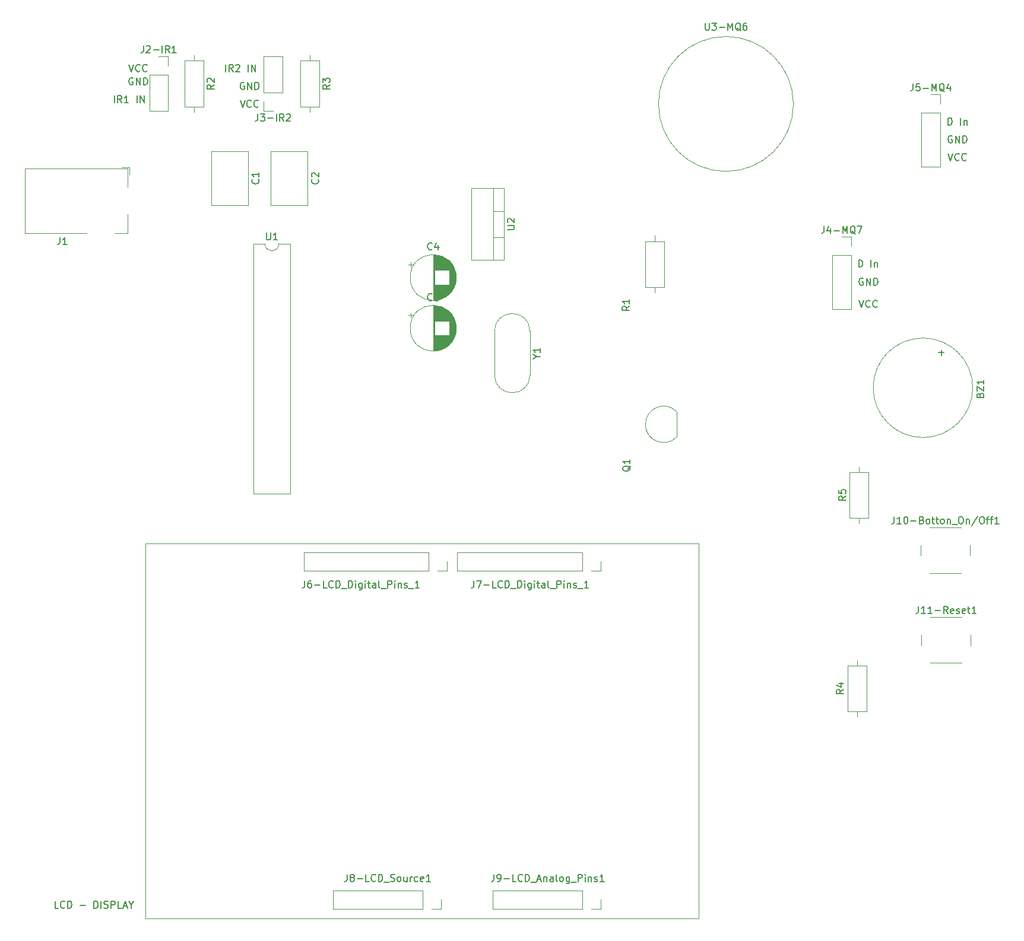
<source format=gbr>
%TF.GenerationSoftware,KiCad,Pcbnew,(6.0.7)*%
%TF.CreationDate,2022-11-30T09:47:03-03:00*%
%TF.ProjectId,E3_Gas_Leak_Safety_System,45335f47-6173-45f4-9c65-616b5f536166,rev?*%
%TF.SameCoordinates,Original*%
%TF.FileFunction,Legend,Top*%
%TF.FilePolarity,Positive*%
%FSLAX46Y46*%
G04 Gerber Fmt 4.6, Leading zero omitted, Abs format (unit mm)*
G04 Created by KiCad (PCBNEW (6.0.7)) date 2022-11-30 09:47:03*
%MOMM*%
%LPD*%
G01*
G04 APERTURE LIST*
%ADD10C,0.150000*%
%ADD11C,0.100000*%
%ADD12C,0.120000*%
G04 APERTURE END LIST*
D10*
X44482380Y-152852380D02*
X44006190Y-152852380D01*
X44006190Y-151852380D01*
X45387142Y-152757142D02*
X45339523Y-152804761D01*
X45196666Y-152852380D01*
X45101428Y-152852380D01*
X44958571Y-152804761D01*
X44863333Y-152709523D01*
X44815714Y-152614285D01*
X44768095Y-152423809D01*
X44768095Y-152280952D01*
X44815714Y-152090476D01*
X44863333Y-151995238D01*
X44958571Y-151900000D01*
X45101428Y-151852380D01*
X45196666Y-151852380D01*
X45339523Y-151900000D01*
X45387142Y-151947619D01*
X45815714Y-152852380D02*
X45815714Y-151852380D01*
X46053809Y-151852380D01*
X46196666Y-151900000D01*
X46291904Y-151995238D01*
X46339523Y-152090476D01*
X46387142Y-152280952D01*
X46387142Y-152423809D01*
X46339523Y-152614285D01*
X46291904Y-152709523D01*
X46196666Y-152804761D01*
X46053809Y-152852380D01*
X45815714Y-152852380D01*
X47577619Y-152471428D02*
X48339523Y-152471428D01*
X49577619Y-152852380D02*
X49577619Y-151852380D01*
X49815714Y-151852380D01*
X49958571Y-151900000D01*
X50053809Y-151995238D01*
X50101428Y-152090476D01*
X50149047Y-152280952D01*
X50149047Y-152423809D01*
X50101428Y-152614285D01*
X50053809Y-152709523D01*
X49958571Y-152804761D01*
X49815714Y-152852380D01*
X49577619Y-152852380D01*
X50577619Y-152852380D02*
X50577619Y-151852380D01*
X51006190Y-152804761D02*
X51149047Y-152852380D01*
X51387142Y-152852380D01*
X51482380Y-152804761D01*
X51530000Y-152757142D01*
X51577619Y-152661904D01*
X51577619Y-152566666D01*
X51530000Y-152471428D01*
X51482380Y-152423809D01*
X51387142Y-152376190D01*
X51196666Y-152328571D01*
X51101428Y-152280952D01*
X51053809Y-152233333D01*
X51006190Y-152138095D01*
X51006190Y-152042857D01*
X51053809Y-151947619D01*
X51101428Y-151900000D01*
X51196666Y-151852380D01*
X51434761Y-151852380D01*
X51577619Y-151900000D01*
X52006190Y-152852380D02*
X52006190Y-151852380D01*
X52387142Y-151852380D01*
X52482380Y-151900000D01*
X52530000Y-151947619D01*
X52577619Y-152042857D01*
X52577619Y-152185714D01*
X52530000Y-152280952D01*
X52482380Y-152328571D01*
X52387142Y-152376190D01*
X52006190Y-152376190D01*
X53482380Y-152852380D02*
X53006190Y-152852380D01*
X53006190Y-151852380D01*
X53768095Y-152566666D02*
X54244285Y-152566666D01*
X53672857Y-152852380D02*
X54006190Y-151852380D01*
X54339523Y-152852380D01*
X54863333Y-152376190D02*
X54863333Y-152852380D01*
X54530000Y-151852380D02*
X54863333Y-152376190D01*
X55196666Y-151852380D01*
D11*
X56940000Y-100800000D02*
X135840000Y-100800000D01*
X135840000Y-100800000D02*
X135840000Y-154300000D01*
X135840000Y-154300000D02*
X56940000Y-154300000D01*
X56940000Y-154300000D02*
X56940000Y-100800000D01*
D10*
X159258095Y-63000000D02*
X159162857Y-62952380D01*
X159020000Y-62952380D01*
X158877142Y-63000000D01*
X158781904Y-63095238D01*
X158734285Y-63190476D01*
X158686666Y-63380952D01*
X158686666Y-63523809D01*
X158734285Y-63714285D01*
X158781904Y-63809523D01*
X158877142Y-63904761D01*
X159020000Y-63952380D01*
X159115238Y-63952380D01*
X159258095Y-63904761D01*
X159305714Y-63857142D01*
X159305714Y-63523809D01*
X159115238Y-63523809D01*
X159734285Y-63952380D02*
X159734285Y-62952380D01*
X160305714Y-63952380D01*
X160305714Y-62952380D01*
X160781904Y-63952380D02*
X160781904Y-62952380D01*
X161020000Y-62952380D01*
X161162857Y-63000000D01*
X161258095Y-63095238D01*
X161305714Y-63190476D01*
X161353333Y-63380952D01*
X161353333Y-63523809D01*
X161305714Y-63714285D01*
X161258095Y-63809523D01*
X161162857Y-63904761D01*
X161020000Y-63952380D01*
X160781904Y-63952380D01*
X171386666Y-45172380D02*
X171720000Y-46172380D01*
X172053333Y-45172380D01*
X172958095Y-46077142D02*
X172910476Y-46124761D01*
X172767619Y-46172380D01*
X172672380Y-46172380D01*
X172529523Y-46124761D01*
X172434285Y-46029523D01*
X172386666Y-45934285D01*
X172339047Y-45743809D01*
X172339047Y-45600952D01*
X172386666Y-45410476D01*
X172434285Y-45315238D01*
X172529523Y-45220000D01*
X172672380Y-45172380D01*
X172767619Y-45172380D01*
X172910476Y-45220000D01*
X172958095Y-45267619D01*
X173958095Y-46077142D02*
X173910476Y-46124761D01*
X173767619Y-46172380D01*
X173672380Y-46172380D01*
X173529523Y-46124761D01*
X173434285Y-46029523D01*
X173386666Y-45934285D01*
X173339047Y-45743809D01*
X173339047Y-45600952D01*
X173386666Y-45410476D01*
X173434285Y-45315238D01*
X173529523Y-45220000D01*
X173672380Y-45172380D01*
X173767619Y-45172380D01*
X173910476Y-45220000D01*
X173958095Y-45267619D01*
X158639528Y-61359944D02*
X158639528Y-60359944D01*
X158877623Y-60359944D01*
X159020481Y-60407564D01*
X159115719Y-60502802D01*
X159163338Y-60598040D01*
X159210957Y-60788516D01*
X159210957Y-60931373D01*
X159163338Y-61121849D01*
X159115719Y-61217087D01*
X159020481Y-61312325D01*
X158877623Y-61359944D01*
X158639528Y-61359944D01*
X160401433Y-61359944D02*
X160401433Y-60359944D01*
X160877623Y-60693278D02*
X160877623Y-61359944D01*
X160877623Y-60788516D02*
X160925242Y-60740897D01*
X161020481Y-60693278D01*
X161163338Y-60693278D01*
X161258576Y-60740897D01*
X161306195Y-60836135D01*
X161306195Y-61359944D01*
X54546666Y-32472380D02*
X54880000Y-33472380D01*
X55213333Y-32472380D01*
X56118095Y-33377142D02*
X56070476Y-33424761D01*
X55927619Y-33472380D01*
X55832380Y-33472380D01*
X55689523Y-33424761D01*
X55594285Y-33329523D01*
X55546666Y-33234285D01*
X55499047Y-33043809D01*
X55499047Y-32900952D01*
X55546666Y-32710476D01*
X55594285Y-32615238D01*
X55689523Y-32520000D01*
X55832380Y-32472380D01*
X55927619Y-32472380D01*
X56070476Y-32520000D01*
X56118095Y-32567619D01*
X57118095Y-33377142D02*
X57070476Y-33424761D01*
X56927619Y-33472380D01*
X56832380Y-33472380D01*
X56689523Y-33424761D01*
X56594285Y-33329523D01*
X56546666Y-33234285D01*
X56499047Y-33043809D01*
X56499047Y-32900952D01*
X56546666Y-32710476D01*
X56594285Y-32615238D01*
X56689523Y-32520000D01*
X56832380Y-32472380D01*
X56927619Y-32472380D01*
X57070476Y-32520000D01*
X57118095Y-32567619D01*
X52490952Y-37917380D02*
X52490952Y-36917380D01*
X53538571Y-37917380D02*
X53205238Y-37441190D01*
X52967142Y-37917380D02*
X52967142Y-36917380D01*
X53348095Y-36917380D01*
X53443333Y-36965000D01*
X53490952Y-37012619D01*
X53538571Y-37107857D01*
X53538571Y-37250714D01*
X53490952Y-37345952D01*
X53443333Y-37393571D01*
X53348095Y-37441190D01*
X52967142Y-37441190D01*
X54490952Y-37917380D02*
X53919523Y-37917380D01*
X54205238Y-37917380D02*
X54205238Y-36917380D01*
X54110000Y-37060238D01*
X54014761Y-37155476D01*
X53919523Y-37203095D01*
X55681428Y-37917380D02*
X55681428Y-36917380D01*
X56157619Y-37917380D02*
X56157619Y-36917380D01*
X56729047Y-37917380D01*
X56729047Y-36917380D01*
X68365952Y-33472380D02*
X68365952Y-32472380D01*
X69413571Y-33472380D02*
X69080238Y-32996190D01*
X68842142Y-33472380D02*
X68842142Y-32472380D01*
X69223095Y-32472380D01*
X69318333Y-32520000D01*
X69365952Y-32567619D01*
X69413571Y-32662857D01*
X69413571Y-32805714D01*
X69365952Y-32900952D01*
X69318333Y-32948571D01*
X69223095Y-32996190D01*
X68842142Y-32996190D01*
X69794523Y-32567619D02*
X69842142Y-32520000D01*
X69937380Y-32472380D01*
X70175476Y-32472380D01*
X70270714Y-32520000D01*
X70318333Y-32567619D01*
X70365952Y-32662857D01*
X70365952Y-32758095D01*
X70318333Y-32900952D01*
X69746904Y-33472380D01*
X70365952Y-33472380D01*
X71556428Y-33472380D02*
X71556428Y-32472380D01*
X72032619Y-33472380D02*
X72032619Y-32472380D01*
X72604047Y-33472380D01*
X72604047Y-32472380D01*
X55118095Y-34425000D02*
X55022857Y-34377380D01*
X54880000Y-34377380D01*
X54737142Y-34425000D01*
X54641904Y-34520238D01*
X54594285Y-34615476D01*
X54546666Y-34805952D01*
X54546666Y-34948809D01*
X54594285Y-35139285D01*
X54641904Y-35234523D01*
X54737142Y-35329761D01*
X54880000Y-35377380D01*
X54975238Y-35377380D01*
X55118095Y-35329761D01*
X55165714Y-35282142D01*
X55165714Y-34948809D01*
X54975238Y-34948809D01*
X55594285Y-35377380D02*
X55594285Y-34377380D01*
X56165714Y-35377380D01*
X56165714Y-34377380D01*
X56641904Y-35377380D02*
X56641904Y-34377380D01*
X56880000Y-34377380D01*
X57022857Y-34425000D01*
X57118095Y-34520238D01*
X57165714Y-34615476D01*
X57213333Y-34805952D01*
X57213333Y-34948809D01*
X57165714Y-35139285D01*
X57118095Y-35234523D01*
X57022857Y-35329761D01*
X56880000Y-35377380D01*
X56641904Y-35377380D01*
X70421666Y-37552380D02*
X70755000Y-38552380D01*
X71088333Y-37552380D01*
X71993095Y-38457142D02*
X71945476Y-38504761D01*
X71802619Y-38552380D01*
X71707380Y-38552380D01*
X71564523Y-38504761D01*
X71469285Y-38409523D01*
X71421666Y-38314285D01*
X71374047Y-38123809D01*
X71374047Y-37980952D01*
X71421666Y-37790476D01*
X71469285Y-37695238D01*
X71564523Y-37600000D01*
X71707380Y-37552380D01*
X71802619Y-37552380D01*
X71945476Y-37600000D01*
X71993095Y-37647619D01*
X72993095Y-38457142D02*
X72945476Y-38504761D01*
X72802619Y-38552380D01*
X72707380Y-38552380D01*
X72564523Y-38504761D01*
X72469285Y-38409523D01*
X72421666Y-38314285D01*
X72374047Y-38123809D01*
X72374047Y-37980952D01*
X72421666Y-37790476D01*
X72469285Y-37695238D01*
X72564523Y-37600000D01*
X72707380Y-37552380D01*
X72802619Y-37552380D01*
X72945476Y-37600000D01*
X72993095Y-37647619D01*
X171958095Y-42680000D02*
X171862857Y-42632380D01*
X171720000Y-42632380D01*
X171577142Y-42680000D01*
X171481904Y-42775238D01*
X171434285Y-42870476D01*
X171386666Y-43060952D01*
X171386666Y-43203809D01*
X171434285Y-43394285D01*
X171481904Y-43489523D01*
X171577142Y-43584761D01*
X171720000Y-43632380D01*
X171815238Y-43632380D01*
X171958095Y-43584761D01*
X172005714Y-43537142D01*
X172005714Y-43203809D01*
X171815238Y-43203809D01*
X172434285Y-43632380D02*
X172434285Y-42632380D01*
X173005714Y-43632380D01*
X173005714Y-42632380D01*
X173481904Y-43632380D02*
X173481904Y-42632380D01*
X173720000Y-42632380D01*
X173862857Y-42680000D01*
X173958095Y-42775238D01*
X174005714Y-42870476D01*
X174053333Y-43060952D01*
X174053333Y-43203809D01*
X174005714Y-43394285D01*
X173958095Y-43489523D01*
X173862857Y-43584761D01*
X173720000Y-43632380D01*
X173481904Y-43632380D01*
X70993095Y-35060000D02*
X70897857Y-35012380D01*
X70755000Y-35012380D01*
X70612142Y-35060000D01*
X70516904Y-35155238D01*
X70469285Y-35250476D01*
X70421666Y-35440952D01*
X70421666Y-35583809D01*
X70469285Y-35774285D01*
X70516904Y-35869523D01*
X70612142Y-35964761D01*
X70755000Y-36012380D01*
X70850238Y-36012380D01*
X70993095Y-35964761D01*
X71040714Y-35917142D01*
X71040714Y-35583809D01*
X70850238Y-35583809D01*
X71469285Y-36012380D02*
X71469285Y-35012380D01*
X72040714Y-36012380D01*
X72040714Y-35012380D01*
X72516904Y-36012380D02*
X72516904Y-35012380D01*
X72755000Y-35012380D01*
X72897857Y-35060000D01*
X72993095Y-35155238D01*
X73040714Y-35250476D01*
X73088333Y-35440952D01*
X73088333Y-35583809D01*
X73040714Y-35774285D01*
X72993095Y-35869523D01*
X72897857Y-35964761D01*
X72755000Y-36012380D01*
X72516904Y-36012380D01*
X158686666Y-66127380D02*
X159020000Y-67127380D01*
X159353333Y-66127380D01*
X160258095Y-67032142D02*
X160210476Y-67079761D01*
X160067619Y-67127380D01*
X159972380Y-67127380D01*
X159829523Y-67079761D01*
X159734285Y-66984523D01*
X159686666Y-66889285D01*
X159639047Y-66698809D01*
X159639047Y-66555952D01*
X159686666Y-66365476D01*
X159734285Y-66270238D01*
X159829523Y-66175000D01*
X159972380Y-66127380D01*
X160067619Y-66127380D01*
X160210476Y-66175000D01*
X160258095Y-66222619D01*
X161258095Y-67032142D02*
X161210476Y-67079761D01*
X161067619Y-67127380D01*
X160972380Y-67127380D01*
X160829523Y-67079761D01*
X160734285Y-66984523D01*
X160686666Y-66889285D01*
X160639047Y-66698809D01*
X160639047Y-66555952D01*
X160686666Y-66365476D01*
X160734285Y-66270238D01*
X160829523Y-66175000D01*
X160972380Y-66127380D01*
X161067619Y-66127380D01*
X161210476Y-66175000D01*
X161258095Y-66222619D01*
X171386666Y-41092380D02*
X171386666Y-40092380D01*
X171624761Y-40092380D01*
X171767619Y-40140000D01*
X171862857Y-40235238D01*
X171910476Y-40330476D01*
X171958095Y-40520952D01*
X171958095Y-40663809D01*
X171910476Y-40854285D01*
X171862857Y-40949523D01*
X171767619Y-41044761D01*
X171624761Y-41092380D01*
X171386666Y-41092380D01*
X173148571Y-41092380D02*
X173148571Y-40092380D01*
X173624761Y-40425714D02*
X173624761Y-41092380D01*
X173624761Y-40520952D02*
X173672380Y-40473333D01*
X173767619Y-40425714D01*
X173910476Y-40425714D01*
X174005714Y-40473333D01*
X174053333Y-40568571D01*
X174053333Y-41092380D01*
%TO.C,U3-MQ6*%
X136747619Y-26552380D02*
X136747619Y-27361904D01*
X136795238Y-27457142D01*
X136842857Y-27504761D01*
X136938095Y-27552380D01*
X137128571Y-27552380D01*
X137223809Y-27504761D01*
X137271428Y-27457142D01*
X137319047Y-27361904D01*
X137319047Y-26552380D01*
X137700000Y-26552380D02*
X138319047Y-26552380D01*
X137985714Y-26933333D01*
X138128571Y-26933333D01*
X138223809Y-26980952D01*
X138271428Y-27028571D01*
X138319047Y-27123809D01*
X138319047Y-27361904D01*
X138271428Y-27457142D01*
X138223809Y-27504761D01*
X138128571Y-27552380D01*
X137842857Y-27552380D01*
X137747619Y-27504761D01*
X137700000Y-27457142D01*
X138747619Y-27171428D02*
X139509523Y-27171428D01*
X139985714Y-27552380D02*
X139985714Y-26552380D01*
X140319047Y-27266666D01*
X140652380Y-26552380D01*
X140652380Y-27552380D01*
X141795238Y-27647619D02*
X141700000Y-27600000D01*
X141604761Y-27504761D01*
X141461904Y-27361904D01*
X141366666Y-27314285D01*
X141271428Y-27314285D01*
X141319047Y-27552380D02*
X141223809Y-27504761D01*
X141128571Y-27409523D01*
X141080952Y-27219047D01*
X141080952Y-26885714D01*
X141128571Y-26695238D01*
X141223809Y-26600000D01*
X141319047Y-26552380D01*
X141509523Y-26552380D01*
X141604761Y-26600000D01*
X141700000Y-26695238D01*
X141747619Y-26885714D01*
X141747619Y-27219047D01*
X141700000Y-27409523D01*
X141604761Y-27504761D01*
X141509523Y-27552380D01*
X141319047Y-27552380D01*
X142604761Y-26552380D02*
X142414285Y-26552380D01*
X142319047Y-26600000D01*
X142271428Y-26647619D01*
X142176190Y-26790476D01*
X142128571Y-26980952D01*
X142128571Y-27361904D01*
X142176190Y-27457142D01*
X142223809Y-27504761D01*
X142319047Y-27552380D01*
X142509523Y-27552380D01*
X142604761Y-27504761D01*
X142652380Y-27457142D01*
X142700000Y-27361904D01*
X142700000Y-27123809D01*
X142652380Y-27028571D01*
X142604761Y-26980952D01*
X142509523Y-26933333D01*
X142319047Y-26933333D01*
X142223809Y-26980952D01*
X142176190Y-27028571D01*
X142128571Y-27123809D01*
%TO.C,R1*%
X125922380Y-66961907D02*
X125446190Y-67295241D01*
X125922380Y-67533336D02*
X124922380Y-67533336D01*
X124922380Y-67152383D01*
X124970000Y-67057145D01*
X125017619Y-67009526D01*
X125112857Y-66961907D01*
X125255714Y-66961907D01*
X125350952Y-67009526D01*
X125398571Y-67057145D01*
X125446190Y-67152383D01*
X125446190Y-67533336D01*
X125922380Y-66009526D02*
X125922380Y-66580955D01*
X125922380Y-66295241D02*
X124922380Y-66295241D01*
X125065238Y-66390479D01*
X125160476Y-66485717D01*
X125208095Y-66580955D01*
%TO.C,C2*%
X81507142Y-48866666D02*
X81554761Y-48914285D01*
X81602380Y-49057142D01*
X81602380Y-49152380D01*
X81554761Y-49295238D01*
X81459523Y-49390476D01*
X81364285Y-49438095D01*
X81173809Y-49485714D01*
X81030952Y-49485714D01*
X80840476Y-49438095D01*
X80745238Y-49390476D01*
X80650000Y-49295238D01*
X80602380Y-49152380D01*
X80602380Y-49057142D01*
X80650000Y-48914285D01*
X80697619Y-48866666D01*
X80697619Y-48485714D02*
X80650000Y-48438095D01*
X80602380Y-48342857D01*
X80602380Y-48104761D01*
X80650000Y-48009523D01*
X80697619Y-47961904D01*
X80792857Y-47914285D01*
X80888095Y-47914285D01*
X81030952Y-47961904D01*
X81602380Y-48533333D01*
X81602380Y-47914285D01*
%TO.C,J1*%
X44716666Y-57144880D02*
X44716666Y-57859166D01*
X44669047Y-58002023D01*
X44573809Y-58097261D01*
X44430952Y-58144880D01*
X44335714Y-58144880D01*
X45716666Y-58144880D02*
X45145238Y-58144880D01*
X45430952Y-58144880D02*
X45430952Y-57144880D01*
X45335714Y-57287738D01*
X45240476Y-57382976D01*
X45145238Y-57430595D01*
%TO.C,R5*%
X156782380Y-94066666D02*
X156306190Y-94400000D01*
X156782380Y-94638095D02*
X155782380Y-94638095D01*
X155782380Y-94257142D01*
X155830000Y-94161904D01*
X155877619Y-94114285D01*
X155972857Y-94066666D01*
X156115714Y-94066666D01*
X156210952Y-94114285D01*
X156258571Y-94161904D01*
X156306190Y-94257142D01*
X156306190Y-94638095D01*
X155782380Y-93161904D02*
X155782380Y-93638095D01*
X156258571Y-93685714D01*
X156210952Y-93638095D01*
X156163333Y-93542857D01*
X156163333Y-93304761D01*
X156210952Y-93209523D01*
X156258571Y-93161904D01*
X156353809Y-93114285D01*
X156591904Y-93114285D01*
X156687142Y-93161904D01*
X156734761Y-93209523D01*
X156782380Y-93304761D01*
X156782380Y-93542857D01*
X156734761Y-93638095D01*
X156687142Y-93685714D01*
%TO.C,R4*%
X156482380Y-121666666D02*
X156006190Y-122000000D01*
X156482380Y-122238095D02*
X155482380Y-122238095D01*
X155482380Y-121857142D01*
X155530000Y-121761904D01*
X155577619Y-121714285D01*
X155672857Y-121666666D01*
X155815714Y-121666666D01*
X155910952Y-121714285D01*
X155958571Y-121761904D01*
X156006190Y-121857142D01*
X156006190Y-122238095D01*
X155815714Y-120809523D02*
X156482380Y-120809523D01*
X155434761Y-121047619D02*
X156149047Y-121285714D01*
X156149047Y-120666666D01*
%TO.C,R2*%
X66692380Y-35366666D02*
X66216190Y-35700000D01*
X66692380Y-35938095D02*
X65692380Y-35938095D01*
X65692380Y-35557142D01*
X65740000Y-35461904D01*
X65787619Y-35414285D01*
X65882857Y-35366666D01*
X66025714Y-35366666D01*
X66120952Y-35414285D01*
X66168571Y-35461904D01*
X66216190Y-35557142D01*
X66216190Y-35938095D01*
X65787619Y-34985714D02*
X65740000Y-34938095D01*
X65692380Y-34842857D01*
X65692380Y-34604761D01*
X65740000Y-34509523D01*
X65787619Y-34461904D01*
X65882857Y-34414285D01*
X65978095Y-34414285D01*
X66120952Y-34461904D01*
X66692380Y-35033333D01*
X66692380Y-34414285D01*
%TO.C,J2-IR1*%
X56623333Y-29797380D02*
X56623333Y-30511666D01*
X56575714Y-30654523D01*
X56480476Y-30749761D01*
X56337619Y-30797380D01*
X56242380Y-30797380D01*
X57051904Y-29892619D02*
X57099523Y-29845000D01*
X57194761Y-29797380D01*
X57432857Y-29797380D01*
X57528095Y-29845000D01*
X57575714Y-29892619D01*
X57623333Y-29987857D01*
X57623333Y-30083095D01*
X57575714Y-30225952D01*
X57004285Y-30797380D01*
X57623333Y-30797380D01*
X58051904Y-30416428D02*
X58813809Y-30416428D01*
X59290000Y-30797380D02*
X59290000Y-29797380D01*
X60337619Y-30797380D02*
X60004285Y-30321190D01*
X59766190Y-30797380D02*
X59766190Y-29797380D01*
X60147142Y-29797380D01*
X60242380Y-29845000D01*
X60290000Y-29892619D01*
X60337619Y-29987857D01*
X60337619Y-30130714D01*
X60290000Y-30225952D01*
X60242380Y-30273571D01*
X60147142Y-30321190D01*
X59766190Y-30321190D01*
X61290000Y-30797380D02*
X60718571Y-30797380D01*
X61004285Y-30797380D02*
X61004285Y-29797380D01*
X60909047Y-29940238D01*
X60813809Y-30035476D01*
X60718571Y-30083095D01*
%TO.C,J4-MQ7*%
X153686190Y-55542380D02*
X153686190Y-56256666D01*
X153638571Y-56399523D01*
X153543333Y-56494761D01*
X153400476Y-56542380D01*
X153305238Y-56542380D01*
X154590952Y-55875714D02*
X154590952Y-56542380D01*
X154352857Y-55494761D02*
X154114761Y-56209047D01*
X154733809Y-56209047D01*
X155114761Y-56161428D02*
X155876666Y-56161428D01*
X156352857Y-56542380D02*
X156352857Y-55542380D01*
X156686190Y-56256666D01*
X157019523Y-55542380D01*
X157019523Y-56542380D01*
X158162380Y-56637619D02*
X158067142Y-56590000D01*
X157971904Y-56494761D01*
X157829047Y-56351904D01*
X157733809Y-56304285D01*
X157638571Y-56304285D01*
X157686190Y-56542380D02*
X157590952Y-56494761D01*
X157495714Y-56399523D01*
X157448095Y-56209047D01*
X157448095Y-55875714D01*
X157495714Y-55685238D01*
X157590952Y-55590000D01*
X157686190Y-55542380D01*
X157876666Y-55542380D01*
X157971904Y-55590000D01*
X158067142Y-55685238D01*
X158114761Y-55875714D01*
X158114761Y-56209047D01*
X158067142Y-56399523D01*
X157971904Y-56494761D01*
X157876666Y-56542380D01*
X157686190Y-56542380D01*
X158448095Y-55542380D02*
X159114761Y-55542380D01*
X158686190Y-56542380D01*
%TO.C,J8-LCD_Source1*%
X85678095Y-148042380D02*
X85678095Y-148756666D01*
X85630476Y-148899523D01*
X85535238Y-148994761D01*
X85392380Y-149042380D01*
X85297142Y-149042380D01*
X86297142Y-148470952D02*
X86201904Y-148423333D01*
X86154285Y-148375714D01*
X86106666Y-148280476D01*
X86106666Y-148232857D01*
X86154285Y-148137619D01*
X86201904Y-148090000D01*
X86297142Y-148042380D01*
X86487619Y-148042380D01*
X86582857Y-148090000D01*
X86630476Y-148137619D01*
X86678095Y-148232857D01*
X86678095Y-148280476D01*
X86630476Y-148375714D01*
X86582857Y-148423333D01*
X86487619Y-148470952D01*
X86297142Y-148470952D01*
X86201904Y-148518571D01*
X86154285Y-148566190D01*
X86106666Y-148661428D01*
X86106666Y-148851904D01*
X86154285Y-148947142D01*
X86201904Y-148994761D01*
X86297142Y-149042380D01*
X86487619Y-149042380D01*
X86582857Y-148994761D01*
X86630476Y-148947142D01*
X86678095Y-148851904D01*
X86678095Y-148661428D01*
X86630476Y-148566190D01*
X86582857Y-148518571D01*
X86487619Y-148470952D01*
X87106666Y-148661428D02*
X87868571Y-148661428D01*
X88820952Y-149042380D02*
X88344761Y-149042380D01*
X88344761Y-148042380D01*
X89725714Y-148947142D02*
X89678095Y-148994761D01*
X89535238Y-149042380D01*
X89440000Y-149042380D01*
X89297142Y-148994761D01*
X89201904Y-148899523D01*
X89154285Y-148804285D01*
X89106666Y-148613809D01*
X89106666Y-148470952D01*
X89154285Y-148280476D01*
X89201904Y-148185238D01*
X89297142Y-148090000D01*
X89440000Y-148042380D01*
X89535238Y-148042380D01*
X89678095Y-148090000D01*
X89725714Y-148137619D01*
X90154285Y-149042380D02*
X90154285Y-148042380D01*
X90392380Y-148042380D01*
X90535238Y-148090000D01*
X90630476Y-148185238D01*
X90678095Y-148280476D01*
X90725714Y-148470952D01*
X90725714Y-148613809D01*
X90678095Y-148804285D01*
X90630476Y-148899523D01*
X90535238Y-148994761D01*
X90392380Y-149042380D01*
X90154285Y-149042380D01*
X90916190Y-149137619D02*
X91678095Y-149137619D01*
X91868571Y-148994761D02*
X92011428Y-149042380D01*
X92249523Y-149042380D01*
X92344761Y-148994761D01*
X92392380Y-148947142D01*
X92440000Y-148851904D01*
X92440000Y-148756666D01*
X92392380Y-148661428D01*
X92344761Y-148613809D01*
X92249523Y-148566190D01*
X92059047Y-148518571D01*
X91963809Y-148470952D01*
X91916190Y-148423333D01*
X91868571Y-148328095D01*
X91868571Y-148232857D01*
X91916190Y-148137619D01*
X91963809Y-148090000D01*
X92059047Y-148042380D01*
X92297142Y-148042380D01*
X92440000Y-148090000D01*
X93011428Y-149042380D02*
X92916190Y-148994761D01*
X92868571Y-148947142D01*
X92820952Y-148851904D01*
X92820952Y-148566190D01*
X92868571Y-148470952D01*
X92916190Y-148423333D01*
X93011428Y-148375714D01*
X93154285Y-148375714D01*
X93249523Y-148423333D01*
X93297142Y-148470952D01*
X93344761Y-148566190D01*
X93344761Y-148851904D01*
X93297142Y-148947142D01*
X93249523Y-148994761D01*
X93154285Y-149042380D01*
X93011428Y-149042380D01*
X94201904Y-148375714D02*
X94201904Y-149042380D01*
X93773333Y-148375714D02*
X93773333Y-148899523D01*
X93820952Y-148994761D01*
X93916190Y-149042380D01*
X94059047Y-149042380D01*
X94154285Y-148994761D01*
X94201904Y-148947142D01*
X94678095Y-149042380D02*
X94678095Y-148375714D01*
X94678095Y-148566190D02*
X94725714Y-148470952D01*
X94773333Y-148423333D01*
X94868571Y-148375714D01*
X94963809Y-148375714D01*
X95725714Y-148994761D02*
X95630476Y-149042380D01*
X95440000Y-149042380D01*
X95344761Y-148994761D01*
X95297142Y-148947142D01*
X95249523Y-148851904D01*
X95249523Y-148566190D01*
X95297142Y-148470952D01*
X95344761Y-148423333D01*
X95440000Y-148375714D01*
X95630476Y-148375714D01*
X95725714Y-148423333D01*
X96535238Y-148994761D02*
X96440000Y-149042380D01*
X96249523Y-149042380D01*
X96154285Y-148994761D01*
X96106666Y-148899523D01*
X96106666Y-148518571D01*
X96154285Y-148423333D01*
X96249523Y-148375714D01*
X96440000Y-148375714D01*
X96535238Y-148423333D01*
X96582857Y-148518571D01*
X96582857Y-148613809D01*
X96106666Y-148709047D01*
X97535238Y-149042380D02*
X96963809Y-149042380D01*
X97249523Y-149042380D02*
X97249523Y-148042380D01*
X97154285Y-148185238D01*
X97059047Y-148280476D01*
X96963809Y-148328095D01*
%TO.C,C3*%
X97783333Y-66057142D02*
X97735714Y-66104761D01*
X97592857Y-66152380D01*
X97497619Y-66152380D01*
X97354761Y-66104761D01*
X97259523Y-66009523D01*
X97211904Y-65914285D01*
X97164285Y-65723809D01*
X97164285Y-65580952D01*
X97211904Y-65390476D01*
X97259523Y-65295238D01*
X97354761Y-65200000D01*
X97497619Y-65152380D01*
X97592857Y-65152380D01*
X97735714Y-65200000D01*
X97783333Y-65247619D01*
X98116666Y-65152380D02*
X98735714Y-65152380D01*
X98402380Y-65533333D01*
X98545238Y-65533333D01*
X98640476Y-65580952D01*
X98688095Y-65628571D01*
X98735714Y-65723809D01*
X98735714Y-65961904D01*
X98688095Y-66057142D01*
X98640476Y-66104761D01*
X98545238Y-66152380D01*
X98259523Y-66152380D01*
X98164285Y-66104761D01*
X98116666Y-66057142D01*
%TO.C,C4*%
X97783333Y-58822142D02*
X97735714Y-58869761D01*
X97592857Y-58917380D01*
X97497619Y-58917380D01*
X97354761Y-58869761D01*
X97259523Y-58774523D01*
X97211904Y-58679285D01*
X97164285Y-58488809D01*
X97164285Y-58345952D01*
X97211904Y-58155476D01*
X97259523Y-58060238D01*
X97354761Y-57965000D01*
X97497619Y-57917380D01*
X97592857Y-57917380D01*
X97735714Y-57965000D01*
X97783333Y-58012619D01*
X98640476Y-58250714D02*
X98640476Y-58917380D01*
X98402380Y-57869761D02*
X98164285Y-58584047D01*
X98783333Y-58584047D01*
%TO.C,*%
%TO.C,U2*%
X108522380Y-56001904D02*
X109331904Y-56001904D01*
X109427142Y-55954285D01*
X109474761Y-55906666D01*
X109522380Y-55811428D01*
X109522380Y-55620952D01*
X109474761Y-55525714D01*
X109427142Y-55478095D01*
X109331904Y-55430476D01*
X108522380Y-55430476D01*
X108617619Y-55001904D02*
X108570000Y-54954285D01*
X108522380Y-54859047D01*
X108522380Y-54620952D01*
X108570000Y-54525714D01*
X108617619Y-54478095D01*
X108712857Y-54430476D01*
X108808095Y-54430476D01*
X108950952Y-54478095D01*
X109522380Y-55049523D01*
X109522380Y-54430476D01*
%TO.C,J11-Reset1*%
X167147619Y-109802380D02*
X167147619Y-110516666D01*
X167100000Y-110659523D01*
X167004761Y-110754761D01*
X166861904Y-110802380D01*
X166766666Y-110802380D01*
X168147619Y-110802380D02*
X167576190Y-110802380D01*
X167861904Y-110802380D02*
X167861904Y-109802380D01*
X167766666Y-109945238D01*
X167671428Y-110040476D01*
X167576190Y-110088095D01*
X169100000Y-110802380D02*
X168528571Y-110802380D01*
X168814285Y-110802380D02*
X168814285Y-109802380D01*
X168719047Y-109945238D01*
X168623809Y-110040476D01*
X168528571Y-110088095D01*
X169528571Y-110421428D02*
X170290476Y-110421428D01*
X171338095Y-110802380D02*
X171004761Y-110326190D01*
X170766666Y-110802380D02*
X170766666Y-109802380D01*
X171147619Y-109802380D01*
X171242857Y-109850000D01*
X171290476Y-109897619D01*
X171338095Y-109992857D01*
X171338095Y-110135714D01*
X171290476Y-110230952D01*
X171242857Y-110278571D01*
X171147619Y-110326190D01*
X170766666Y-110326190D01*
X172147619Y-110754761D02*
X172052380Y-110802380D01*
X171861904Y-110802380D01*
X171766666Y-110754761D01*
X171719047Y-110659523D01*
X171719047Y-110278571D01*
X171766666Y-110183333D01*
X171861904Y-110135714D01*
X172052380Y-110135714D01*
X172147619Y-110183333D01*
X172195238Y-110278571D01*
X172195238Y-110373809D01*
X171719047Y-110469047D01*
X172576190Y-110754761D02*
X172671428Y-110802380D01*
X172861904Y-110802380D01*
X172957142Y-110754761D01*
X173004761Y-110659523D01*
X173004761Y-110611904D01*
X172957142Y-110516666D01*
X172861904Y-110469047D01*
X172719047Y-110469047D01*
X172623809Y-110421428D01*
X172576190Y-110326190D01*
X172576190Y-110278571D01*
X172623809Y-110183333D01*
X172719047Y-110135714D01*
X172861904Y-110135714D01*
X172957142Y-110183333D01*
X173814285Y-110754761D02*
X173719047Y-110802380D01*
X173528571Y-110802380D01*
X173433333Y-110754761D01*
X173385714Y-110659523D01*
X173385714Y-110278571D01*
X173433333Y-110183333D01*
X173528571Y-110135714D01*
X173719047Y-110135714D01*
X173814285Y-110183333D01*
X173861904Y-110278571D01*
X173861904Y-110373809D01*
X173385714Y-110469047D01*
X174147619Y-110135714D02*
X174528571Y-110135714D01*
X174290476Y-109802380D02*
X174290476Y-110659523D01*
X174338095Y-110754761D01*
X174433333Y-110802380D01*
X174528571Y-110802380D01*
X175385714Y-110802380D02*
X174814285Y-110802380D01*
X175100000Y-110802380D02*
X175100000Y-109802380D01*
X175004761Y-109945238D01*
X174909523Y-110040476D01*
X174814285Y-110088095D01*
%TO.C,J7-LCD_Digital_Pins_1*%
X103760000Y-106132380D02*
X103760000Y-106846666D01*
X103712380Y-106989523D01*
X103617142Y-107084761D01*
X103474285Y-107132380D01*
X103379047Y-107132380D01*
X104140952Y-106132380D02*
X104807619Y-106132380D01*
X104379047Y-107132380D01*
X105188571Y-106751428D02*
X105950476Y-106751428D01*
X106902857Y-107132380D02*
X106426666Y-107132380D01*
X106426666Y-106132380D01*
X107807619Y-107037142D02*
X107760000Y-107084761D01*
X107617142Y-107132380D01*
X107521904Y-107132380D01*
X107379047Y-107084761D01*
X107283809Y-106989523D01*
X107236190Y-106894285D01*
X107188571Y-106703809D01*
X107188571Y-106560952D01*
X107236190Y-106370476D01*
X107283809Y-106275238D01*
X107379047Y-106180000D01*
X107521904Y-106132380D01*
X107617142Y-106132380D01*
X107760000Y-106180000D01*
X107807619Y-106227619D01*
X108236190Y-107132380D02*
X108236190Y-106132380D01*
X108474285Y-106132380D01*
X108617142Y-106180000D01*
X108712380Y-106275238D01*
X108760000Y-106370476D01*
X108807619Y-106560952D01*
X108807619Y-106703809D01*
X108760000Y-106894285D01*
X108712380Y-106989523D01*
X108617142Y-107084761D01*
X108474285Y-107132380D01*
X108236190Y-107132380D01*
X108998095Y-107227619D02*
X109760000Y-107227619D01*
X109998095Y-107132380D02*
X109998095Y-106132380D01*
X110236190Y-106132380D01*
X110379047Y-106180000D01*
X110474285Y-106275238D01*
X110521904Y-106370476D01*
X110569523Y-106560952D01*
X110569523Y-106703809D01*
X110521904Y-106894285D01*
X110474285Y-106989523D01*
X110379047Y-107084761D01*
X110236190Y-107132380D01*
X109998095Y-107132380D01*
X110998095Y-107132380D02*
X110998095Y-106465714D01*
X110998095Y-106132380D02*
X110950476Y-106180000D01*
X110998095Y-106227619D01*
X111045714Y-106180000D01*
X110998095Y-106132380D01*
X110998095Y-106227619D01*
X111902857Y-106465714D02*
X111902857Y-107275238D01*
X111855238Y-107370476D01*
X111807619Y-107418095D01*
X111712380Y-107465714D01*
X111569523Y-107465714D01*
X111474285Y-107418095D01*
X111902857Y-107084761D02*
X111807619Y-107132380D01*
X111617142Y-107132380D01*
X111521904Y-107084761D01*
X111474285Y-107037142D01*
X111426666Y-106941904D01*
X111426666Y-106656190D01*
X111474285Y-106560952D01*
X111521904Y-106513333D01*
X111617142Y-106465714D01*
X111807619Y-106465714D01*
X111902857Y-106513333D01*
X112379047Y-107132380D02*
X112379047Y-106465714D01*
X112379047Y-106132380D02*
X112331428Y-106180000D01*
X112379047Y-106227619D01*
X112426666Y-106180000D01*
X112379047Y-106132380D01*
X112379047Y-106227619D01*
X112712380Y-106465714D02*
X113093333Y-106465714D01*
X112855238Y-106132380D02*
X112855238Y-106989523D01*
X112902857Y-107084761D01*
X112998095Y-107132380D01*
X113093333Y-107132380D01*
X113855238Y-107132380D02*
X113855238Y-106608571D01*
X113807619Y-106513333D01*
X113712380Y-106465714D01*
X113521904Y-106465714D01*
X113426666Y-106513333D01*
X113855238Y-107084761D02*
X113760000Y-107132380D01*
X113521904Y-107132380D01*
X113426666Y-107084761D01*
X113379047Y-106989523D01*
X113379047Y-106894285D01*
X113426666Y-106799047D01*
X113521904Y-106751428D01*
X113760000Y-106751428D01*
X113855238Y-106703809D01*
X114474285Y-107132380D02*
X114379047Y-107084761D01*
X114331428Y-106989523D01*
X114331428Y-106132380D01*
X114617142Y-107227619D02*
X115379047Y-107227619D01*
X115617142Y-107132380D02*
X115617142Y-106132380D01*
X115998095Y-106132380D01*
X116093333Y-106180000D01*
X116140952Y-106227619D01*
X116188571Y-106322857D01*
X116188571Y-106465714D01*
X116140952Y-106560952D01*
X116093333Y-106608571D01*
X115998095Y-106656190D01*
X115617142Y-106656190D01*
X116617142Y-107132380D02*
X116617142Y-106465714D01*
X116617142Y-106132380D02*
X116569523Y-106180000D01*
X116617142Y-106227619D01*
X116664761Y-106180000D01*
X116617142Y-106132380D01*
X116617142Y-106227619D01*
X117093333Y-106465714D02*
X117093333Y-107132380D01*
X117093333Y-106560952D02*
X117140952Y-106513333D01*
X117236190Y-106465714D01*
X117379047Y-106465714D01*
X117474285Y-106513333D01*
X117521904Y-106608571D01*
X117521904Y-107132380D01*
X117950476Y-107084761D02*
X118045714Y-107132380D01*
X118236190Y-107132380D01*
X118331428Y-107084761D01*
X118379047Y-106989523D01*
X118379047Y-106941904D01*
X118331428Y-106846666D01*
X118236190Y-106799047D01*
X118093333Y-106799047D01*
X117998095Y-106751428D01*
X117950476Y-106656190D01*
X117950476Y-106608571D01*
X117998095Y-106513333D01*
X118093333Y-106465714D01*
X118236190Y-106465714D01*
X118331428Y-106513333D01*
X118569523Y-107227619D02*
X119331428Y-107227619D01*
X120093333Y-107132380D02*
X119521904Y-107132380D01*
X119807619Y-107132380D02*
X119807619Y-106132380D01*
X119712380Y-106275238D01*
X119617142Y-106370476D01*
X119521904Y-106418095D01*
%TO.C,BZ1*%
X175958571Y-79640952D02*
X176006190Y-79498095D01*
X176053809Y-79450476D01*
X176149047Y-79402857D01*
X176291904Y-79402857D01*
X176387142Y-79450476D01*
X176434761Y-79498095D01*
X176482380Y-79593333D01*
X176482380Y-79974285D01*
X175482380Y-79974285D01*
X175482380Y-79640952D01*
X175530000Y-79545714D01*
X175577619Y-79498095D01*
X175672857Y-79450476D01*
X175768095Y-79450476D01*
X175863333Y-79498095D01*
X175910952Y-79545714D01*
X175958571Y-79640952D01*
X175958571Y-79974285D01*
X175482380Y-79069523D02*
X175482380Y-78402857D01*
X176482380Y-79069523D01*
X176482380Y-78402857D01*
X176482380Y-77498095D02*
X176482380Y-78069523D01*
X176482380Y-77783809D02*
X175482380Y-77783809D01*
X175625238Y-77879047D01*
X175720476Y-77974285D01*
X175768095Y-78069523D01*
X170411428Y-73970952D02*
X170411428Y-73209047D01*
X170792380Y-73590000D02*
X170030476Y-73590000D01*
%TO.C,Q1*%
X126097619Y-89750479D02*
X126050000Y-89845717D01*
X125954761Y-89940955D01*
X125811904Y-90083812D01*
X125764285Y-90179050D01*
X125764285Y-90274288D01*
X126002380Y-90226669D02*
X125954761Y-90321907D01*
X125859523Y-90417145D01*
X125669047Y-90464764D01*
X125335714Y-90464764D01*
X125145238Y-90417145D01*
X125050000Y-90321907D01*
X125002380Y-90226669D01*
X125002380Y-90036193D01*
X125050000Y-89940955D01*
X125145238Y-89845717D01*
X125335714Y-89798098D01*
X125669047Y-89798098D01*
X125859523Y-89845717D01*
X125954761Y-89940955D01*
X126002380Y-90036193D01*
X126002380Y-90226669D01*
X126002380Y-88845717D02*
X126002380Y-89417145D01*
X126002380Y-89131431D02*
X125002380Y-89131431D01*
X125145238Y-89226669D01*
X125240476Y-89321907D01*
X125288095Y-89417145D01*
%TO.C,Y1*%
X112721190Y-74136190D02*
X113197380Y-74136190D01*
X112197380Y-74469523D02*
X112721190Y-74136190D01*
X112197380Y-73802857D01*
X113197380Y-72945714D02*
X113197380Y-73517142D01*
X113197380Y-73231428D02*
X112197380Y-73231428D01*
X112340238Y-73326666D01*
X112435476Y-73421904D01*
X112483095Y-73517142D01*
%TO.C,J5-MQ4*%
X166386190Y-35222380D02*
X166386190Y-35936666D01*
X166338571Y-36079523D01*
X166243333Y-36174761D01*
X166100476Y-36222380D01*
X166005238Y-36222380D01*
X167338571Y-35222380D02*
X166862380Y-35222380D01*
X166814761Y-35698571D01*
X166862380Y-35650952D01*
X166957619Y-35603333D01*
X167195714Y-35603333D01*
X167290952Y-35650952D01*
X167338571Y-35698571D01*
X167386190Y-35793809D01*
X167386190Y-36031904D01*
X167338571Y-36127142D01*
X167290952Y-36174761D01*
X167195714Y-36222380D01*
X166957619Y-36222380D01*
X166862380Y-36174761D01*
X166814761Y-36127142D01*
X167814761Y-35841428D02*
X168576666Y-35841428D01*
X169052857Y-36222380D02*
X169052857Y-35222380D01*
X169386190Y-35936666D01*
X169719523Y-35222380D01*
X169719523Y-36222380D01*
X170862380Y-36317619D02*
X170767142Y-36270000D01*
X170671904Y-36174761D01*
X170529047Y-36031904D01*
X170433809Y-35984285D01*
X170338571Y-35984285D01*
X170386190Y-36222380D02*
X170290952Y-36174761D01*
X170195714Y-36079523D01*
X170148095Y-35889047D01*
X170148095Y-35555714D01*
X170195714Y-35365238D01*
X170290952Y-35270000D01*
X170386190Y-35222380D01*
X170576666Y-35222380D01*
X170671904Y-35270000D01*
X170767142Y-35365238D01*
X170814761Y-35555714D01*
X170814761Y-35889047D01*
X170767142Y-36079523D01*
X170671904Y-36174761D01*
X170576666Y-36222380D01*
X170386190Y-36222380D01*
X171671904Y-35555714D02*
X171671904Y-36222380D01*
X171433809Y-35174761D02*
X171195714Y-35889047D01*
X171814761Y-35889047D01*
%TO.C,J10-Botton_On/Off1*%
X163690476Y-97002380D02*
X163690476Y-97716666D01*
X163642857Y-97859523D01*
X163547619Y-97954761D01*
X163404761Y-98002380D01*
X163309523Y-98002380D01*
X164690476Y-98002380D02*
X164119047Y-98002380D01*
X164404761Y-98002380D02*
X164404761Y-97002380D01*
X164309523Y-97145238D01*
X164214285Y-97240476D01*
X164119047Y-97288095D01*
X165309523Y-97002380D02*
X165404761Y-97002380D01*
X165500000Y-97050000D01*
X165547619Y-97097619D01*
X165595238Y-97192857D01*
X165642857Y-97383333D01*
X165642857Y-97621428D01*
X165595238Y-97811904D01*
X165547619Y-97907142D01*
X165500000Y-97954761D01*
X165404761Y-98002380D01*
X165309523Y-98002380D01*
X165214285Y-97954761D01*
X165166666Y-97907142D01*
X165119047Y-97811904D01*
X165071428Y-97621428D01*
X165071428Y-97383333D01*
X165119047Y-97192857D01*
X165166666Y-97097619D01*
X165214285Y-97050000D01*
X165309523Y-97002380D01*
X166071428Y-97621428D02*
X166833333Y-97621428D01*
X167642857Y-97478571D02*
X167785714Y-97526190D01*
X167833333Y-97573809D01*
X167880952Y-97669047D01*
X167880952Y-97811904D01*
X167833333Y-97907142D01*
X167785714Y-97954761D01*
X167690476Y-98002380D01*
X167309523Y-98002380D01*
X167309523Y-97002380D01*
X167642857Y-97002380D01*
X167738095Y-97050000D01*
X167785714Y-97097619D01*
X167833333Y-97192857D01*
X167833333Y-97288095D01*
X167785714Y-97383333D01*
X167738095Y-97430952D01*
X167642857Y-97478571D01*
X167309523Y-97478571D01*
X168452380Y-98002380D02*
X168357142Y-97954761D01*
X168309523Y-97907142D01*
X168261904Y-97811904D01*
X168261904Y-97526190D01*
X168309523Y-97430952D01*
X168357142Y-97383333D01*
X168452380Y-97335714D01*
X168595238Y-97335714D01*
X168690476Y-97383333D01*
X168738095Y-97430952D01*
X168785714Y-97526190D01*
X168785714Y-97811904D01*
X168738095Y-97907142D01*
X168690476Y-97954761D01*
X168595238Y-98002380D01*
X168452380Y-98002380D01*
X169071428Y-97335714D02*
X169452380Y-97335714D01*
X169214285Y-97002380D02*
X169214285Y-97859523D01*
X169261904Y-97954761D01*
X169357142Y-98002380D01*
X169452380Y-98002380D01*
X169642857Y-97335714D02*
X170023809Y-97335714D01*
X169785714Y-97002380D02*
X169785714Y-97859523D01*
X169833333Y-97954761D01*
X169928571Y-98002380D01*
X170023809Y-98002380D01*
X170500000Y-98002380D02*
X170404761Y-97954761D01*
X170357142Y-97907142D01*
X170309523Y-97811904D01*
X170309523Y-97526190D01*
X170357142Y-97430952D01*
X170404761Y-97383333D01*
X170500000Y-97335714D01*
X170642857Y-97335714D01*
X170738095Y-97383333D01*
X170785714Y-97430952D01*
X170833333Y-97526190D01*
X170833333Y-97811904D01*
X170785714Y-97907142D01*
X170738095Y-97954761D01*
X170642857Y-98002380D01*
X170500000Y-98002380D01*
X171261904Y-97335714D02*
X171261904Y-98002380D01*
X171261904Y-97430952D02*
X171309523Y-97383333D01*
X171404761Y-97335714D01*
X171547619Y-97335714D01*
X171642857Y-97383333D01*
X171690476Y-97478571D01*
X171690476Y-98002380D01*
X171928571Y-98097619D02*
X172690476Y-98097619D01*
X173119047Y-97002380D02*
X173309523Y-97002380D01*
X173404761Y-97050000D01*
X173500000Y-97145238D01*
X173547619Y-97335714D01*
X173547619Y-97669047D01*
X173500000Y-97859523D01*
X173404761Y-97954761D01*
X173309523Y-98002380D01*
X173119047Y-98002380D01*
X173023809Y-97954761D01*
X172928571Y-97859523D01*
X172880952Y-97669047D01*
X172880952Y-97335714D01*
X172928571Y-97145238D01*
X173023809Y-97050000D01*
X173119047Y-97002380D01*
X173976190Y-97335714D02*
X173976190Y-98002380D01*
X173976190Y-97430952D02*
X174023809Y-97383333D01*
X174119047Y-97335714D01*
X174261904Y-97335714D01*
X174357142Y-97383333D01*
X174404761Y-97478571D01*
X174404761Y-98002380D01*
X175595238Y-96954761D02*
X174738095Y-98240476D01*
X176119047Y-97002380D02*
X176309523Y-97002380D01*
X176404761Y-97050000D01*
X176500000Y-97145238D01*
X176547619Y-97335714D01*
X176547619Y-97669047D01*
X176500000Y-97859523D01*
X176404761Y-97954761D01*
X176309523Y-98002380D01*
X176119047Y-98002380D01*
X176023809Y-97954761D01*
X175928571Y-97859523D01*
X175880952Y-97669047D01*
X175880952Y-97335714D01*
X175928571Y-97145238D01*
X176023809Y-97050000D01*
X176119047Y-97002380D01*
X176833333Y-97335714D02*
X177214285Y-97335714D01*
X176976190Y-98002380D02*
X176976190Y-97145238D01*
X177023809Y-97050000D01*
X177119047Y-97002380D01*
X177214285Y-97002380D01*
X177404761Y-97335714D02*
X177785714Y-97335714D01*
X177547619Y-98002380D02*
X177547619Y-97145238D01*
X177595238Y-97050000D01*
X177690476Y-97002380D01*
X177785714Y-97002380D01*
X178642857Y-98002380D02*
X178071428Y-98002380D01*
X178357142Y-98002380D02*
X178357142Y-97002380D01*
X178261904Y-97145238D01*
X178166666Y-97240476D01*
X178071428Y-97288095D01*
%TO.C,U1*%
X74168095Y-56487380D02*
X74168095Y-57296904D01*
X74215714Y-57392142D01*
X74263333Y-57439761D01*
X74358571Y-57487380D01*
X74549047Y-57487380D01*
X74644285Y-57439761D01*
X74691904Y-57392142D01*
X74739523Y-57296904D01*
X74739523Y-56487380D01*
X75739523Y-57487380D02*
X75168095Y-57487380D01*
X75453809Y-57487380D02*
X75453809Y-56487380D01*
X75358571Y-56630238D01*
X75263333Y-56725476D01*
X75168095Y-56773095D01*
%TO.C,J3-IR2*%
X72933333Y-39522380D02*
X72933333Y-40236666D01*
X72885714Y-40379523D01*
X72790476Y-40474761D01*
X72647619Y-40522380D01*
X72552380Y-40522380D01*
X73314285Y-39522380D02*
X73933333Y-39522380D01*
X73600000Y-39903333D01*
X73742857Y-39903333D01*
X73838095Y-39950952D01*
X73885714Y-39998571D01*
X73933333Y-40093809D01*
X73933333Y-40331904D01*
X73885714Y-40427142D01*
X73838095Y-40474761D01*
X73742857Y-40522380D01*
X73457142Y-40522380D01*
X73361904Y-40474761D01*
X73314285Y-40427142D01*
X74361904Y-40141428D02*
X75123809Y-40141428D01*
X75600000Y-40522380D02*
X75600000Y-39522380D01*
X76647619Y-40522380D02*
X76314285Y-40046190D01*
X76076190Y-40522380D02*
X76076190Y-39522380D01*
X76457142Y-39522380D01*
X76552380Y-39570000D01*
X76600000Y-39617619D01*
X76647619Y-39712857D01*
X76647619Y-39855714D01*
X76600000Y-39950952D01*
X76552380Y-39998571D01*
X76457142Y-40046190D01*
X76076190Y-40046190D01*
X77028571Y-39617619D02*
X77076190Y-39570000D01*
X77171428Y-39522380D01*
X77409523Y-39522380D01*
X77504761Y-39570000D01*
X77552380Y-39617619D01*
X77600000Y-39712857D01*
X77600000Y-39808095D01*
X77552380Y-39950952D01*
X76980952Y-40522380D01*
X77600000Y-40522380D01*
%TO.C,C1*%
X73007142Y-48866666D02*
X73054761Y-48914285D01*
X73102380Y-49057142D01*
X73102380Y-49152380D01*
X73054761Y-49295238D01*
X72959523Y-49390476D01*
X72864285Y-49438095D01*
X72673809Y-49485714D01*
X72530952Y-49485714D01*
X72340476Y-49438095D01*
X72245238Y-49390476D01*
X72150000Y-49295238D01*
X72102380Y-49152380D01*
X72102380Y-49057142D01*
X72150000Y-48914285D01*
X72197619Y-48866666D01*
X73102380Y-47914285D02*
X73102380Y-48485714D01*
X73102380Y-48200000D02*
X72102380Y-48200000D01*
X72245238Y-48295238D01*
X72340476Y-48390476D01*
X72388095Y-48485714D01*
%TO.C,J6-LCD_Digital_Pins_1*%
X79630000Y-106132380D02*
X79630000Y-106846666D01*
X79582380Y-106989523D01*
X79487142Y-107084761D01*
X79344285Y-107132380D01*
X79249047Y-107132380D01*
X80534761Y-106132380D02*
X80344285Y-106132380D01*
X80249047Y-106180000D01*
X80201428Y-106227619D01*
X80106190Y-106370476D01*
X80058571Y-106560952D01*
X80058571Y-106941904D01*
X80106190Y-107037142D01*
X80153809Y-107084761D01*
X80249047Y-107132380D01*
X80439523Y-107132380D01*
X80534761Y-107084761D01*
X80582380Y-107037142D01*
X80630000Y-106941904D01*
X80630000Y-106703809D01*
X80582380Y-106608571D01*
X80534761Y-106560952D01*
X80439523Y-106513333D01*
X80249047Y-106513333D01*
X80153809Y-106560952D01*
X80106190Y-106608571D01*
X80058571Y-106703809D01*
X81058571Y-106751428D02*
X81820476Y-106751428D01*
X82772857Y-107132380D02*
X82296666Y-107132380D01*
X82296666Y-106132380D01*
X83677619Y-107037142D02*
X83630000Y-107084761D01*
X83487142Y-107132380D01*
X83391904Y-107132380D01*
X83249047Y-107084761D01*
X83153809Y-106989523D01*
X83106190Y-106894285D01*
X83058571Y-106703809D01*
X83058571Y-106560952D01*
X83106190Y-106370476D01*
X83153809Y-106275238D01*
X83249047Y-106180000D01*
X83391904Y-106132380D01*
X83487142Y-106132380D01*
X83630000Y-106180000D01*
X83677619Y-106227619D01*
X84106190Y-107132380D02*
X84106190Y-106132380D01*
X84344285Y-106132380D01*
X84487142Y-106180000D01*
X84582380Y-106275238D01*
X84630000Y-106370476D01*
X84677619Y-106560952D01*
X84677619Y-106703809D01*
X84630000Y-106894285D01*
X84582380Y-106989523D01*
X84487142Y-107084761D01*
X84344285Y-107132380D01*
X84106190Y-107132380D01*
X84868095Y-107227619D02*
X85630000Y-107227619D01*
X85868095Y-107132380D02*
X85868095Y-106132380D01*
X86106190Y-106132380D01*
X86249047Y-106180000D01*
X86344285Y-106275238D01*
X86391904Y-106370476D01*
X86439523Y-106560952D01*
X86439523Y-106703809D01*
X86391904Y-106894285D01*
X86344285Y-106989523D01*
X86249047Y-107084761D01*
X86106190Y-107132380D01*
X85868095Y-107132380D01*
X86868095Y-107132380D02*
X86868095Y-106465714D01*
X86868095Y-106132380D02*
X86820476Y-106180000D01*
X86868095Y-106227619D01*
X86915714Y-106180000D01*
X86868095Y-106132380D01*
X86868095Y-106227619D01*
X87772857Y-106465714D02*
X87772857Y-107275238D01*
X87725238Y-107370476D01*
X87677619Y-107418095D01*
X87582380Y-107465714D01*
X87439523Y-107465714D01*
X87344285Y-107418095D01*
X87772857Y-107084761D02*
X87677619Y-107132380D01*
X87487142Y-107132380D01*
X87391904Y-107084761D01*
X87344285Y-107037142D01*
X87296666Y-106941904D01*
X87296666Y-106656190D01*
X87344285Y-106560952D01*
X87391904Y-106513333D01*
X87487142Y-106465714D01*
X87677619Y-106465714D01*
X87772857Y-106513333D01*
X88249047Y-107132380D02*
X88249047Y-106465714D01*
X88249047Y-106132380D02*
X88201428Y-106180000D01*
X88249047Y-106227619D01*
X88296666Y-106180000D01*
X88249047Y-106132380D01*
X88249047Y-106227619D01*
X88582380Y-106465714D02*
X88963333Y-106465714D01*
X88725238Y-106132380D02*
X88725238Y-106989523D01*
X88772857Y-107084761D01*
X88868095Y-107132380D01*
X88963333Y-107132380D01*
X89725238Y-107132380D02*
X89725238Y-106608571D01*
X89677619Y-106513333D01*
X89582380Y-106465714D01*
X89391904Y-106465714D01*
X89296666Y-106513333D01*
X89725238Y-107084761D02*
X89630000Y-107132380D01*
X89391904Y-107132380D01*
X89296666Y-107084761D01*
X89249047Y-106989523D01*
X89249047Y-106894285D01*
X89296666Y-106799047D01*
X89391904Y-106751428D01*
X89630000Y-106751428D01*
X89725238Y-106703809D01*
X90344285Y-107132380D02*
X90249047Y-107084761D01*
X90201428Y-106989523D01*
X90201428Y-106132380D01*
X90487142Y-107227619D02*
X91249047Y-107227619D01*
X91487142Y-107132380D02*
X91487142Y-106132380D01*
X91868095Y-106132380D01*
X91963333Y-106180000D01*
X92010952Y-106227619D01*
X92058571Y-106322857D01*
X92058571Y-106465714D01*
X92010952Y-106560952D01*
X91963333Y-106608571D01*
X91868095Y-106656190D01*
X91487142Y-106656190D01*
X92487142Y-107132380D02*
X92487142Y-106465714D01*
X92487142Y-106132380D02*
X92439523Y-106180000D01*
X92487142Y-106227619D01*
X92534761Y-106180000D01*
X92487142Y-106132380D01*
X92487142Y-106227619D01*
X92963333Y-106465714D02*
X92963333Y-107132380D01*
X92963333Y-106560952D02*
X93010952Y-106513333D01*
X93106190Y-106465714D01*
X93249047Y-106465714D01*
X93344285Y-106513333D01*
X93391904Y-106608571D01*
X93391904Y-107132380D01*
X93820476Y-107084761D02*
X93915714Y-107132380D01*
X94106190Y-107132380D01*
X94201428Y-107084761D01*
X94249047Y-106989523D01*
X94249047Y-106941904D01*
X94201428Y-106846666D01*
X94106190Y-106799047D01*
X93963333Y-106799047D01*
X93868095Y-106751428D01*
X93820476Y-106656190D01*
X93820476Y-106608571D01*
X93868095Y-106513333D01*
X93963333Y-106465714D01*
X94106190Y-106465714D01*
X94201428Y-106513333D01*
X94439523Y-107227619D02*
X95201428Y-107227619D01*
X95963333Y-107132380D02*
X95391904Y-107132380D01*
X95677619Y-107132380D02*
X95677619Y-106132380D01*
X95582380Y-106275238D01*
X95487142Y-106370476D01*
X95391904Y-106418095D01*
%TO.C,R3*%
X83202380Y-35366666D02*
X82726190Y-35700000D01*
X83202380Y-35938095D02*
X82202380Y-35938095D01*
X82202380Y-35557142D01*
X82250000Y-35461904D01*
X82297619Y-35414285D01*
X82392857Y-35366666D01*
X82535714Y-35366666D01*
X82630952Y-35414285D01*
X82678571Y-35461904D01*
X82726190Y-35557142D01*
X82726190Y-35938095D01*
X82202380Y-35033333D02*
X82202380Y-34414285D01*
X82583333Y-34747619D01*
X82583333Y-34604761D01*
X82630952Y-34509523D01*
X82678571Y-34461904D01*
X82773809Y-34414285D01*
X83011904Y-34414285D01*
X83107142Y-34461904D01*
X83154761Y-34509523D01*
X83202380Y-34604761D01*
X83202380Y-34890476D01*
X83154761Y-34985714D01*
X83107142Y-35033333D01*
%TO.C,J9-LCD_Analog_Pins1*%
X106609523Y-148042380D02*
X106609523Y-148756666D01*
X106561904Y-148899523D01*
X106466666Y-148994761D01*
X106323809Y-149042380D01*
X106228571Y-149042380D01*
X107133333Y-149042380D02*
X107323809Y-149042380D01*
X107419047Y-148994761D01*
X107466666Y-148947142D01*
X107561904Y-148804285D01*
X107609523Y-148613809D01*
X107609523Y-148232857D01*
X107561904Y-148137619D01*
X107514285Y-148090000D01*
X107419047Y-148042380D01*
X107228571Y-148042380D01*
X107133333Y-148090000D01*
X107085714Y-148137619D01*
X107038095Y-148232857D01*
X107038095Y-148470952D01*
X107085714Y-148566190D01*
X107133333Y-148613809D01*
X107228571Y-148661428D01*
X107419047Y-148661428D01*
X107514285Y-148613809D01*
X107561904Y-148566190D01*
X107609523Y-148470952D01*
X108038095Y-148661428D02*
X108800000Y-148661428D01*
X109752380Y-149042380D02*
X109276190Y-149042380D01*
X109276190Y-148042380D01*
X110657142Y-148947142D02*
X110609523Y-148994761D01*
X110466666Y-149042380D01*
X110371428Y-149042380D01*
X110228571Y-148994761D01*
X110133333Y-148899523D01*
X110085714Y-148804285D01*
X110038095Y-148613809D01*
X110038095Y-148470952D01*
X110085714Y-148280476D01*
X110133333Y-148185238D01*
X110228571Y-148090000D01*
X110371428Y-148042380D01*
X110466666Y-148042380D01*
X110609523Y-148090000D01*
X110657142Y-148137619D01*
X111085714Y-149042380D02*
X111085714Y-148042380D01*
X111323809Y-148042380D01*
X111466666Y-148090000D01*
X111561904Y-148185238D01*
X111609523Y-148280476D01*
X111657142Y-148470952D01*
X111657142Y-148613809D01*
X111609523Y-148804285D01*
X111561904Y-148899523D01*
X111466666Y-148994761D01*
X111323809Y-149042380D01*
X111085714Y-149042380D01*
X111847619Y-149137619D02*
X112609523Y-149137619D01*
X112800000Y-148756666D02*
X113276190Y-148756666D01*
X112704761Y-149042380D02*
X113038095Y-148042380D01*
X113371428Y-149042380D01*
X113704761Y-148375714D02*
X113704761Y-149042380D01*
X113704761Y-148470952D02*
X113752380Y-148423333D01*
X113847619Y-148375714D01*
X113990476Y-148375714D01*
X114085714Y-148423333D01*
X114133333Y-148518571D01*
X114133333Y-149042380D01*
X115038095Y-149042380D02*
X115038095Y-148518571D01*
X114990476Y-148423333D01*
X114895238Y-148375714D01*
X114704761Y-148375714D01*
X114609523Y-148423333D01*
X115038095Y-148994761D02*
X114942857Y-149042380D01*
X114704761Y-149042380D01*
X114609523Y-148994761D01*
X114561904Y-148899523D01*
X114561904Y-148804285D01*
X114609523Y-148709047D01*
X114704761Y-148661428D01*
X114942857Y-148661428D01*
X115038095Y-148613809D01*
X115657142Y-149042380D02*
X115561904Y-148994761D01*
X115514285Y-148899523D01*
X115514285Y-148042380D01*
X116180952Y-149042380D02*
X116085714Y-148994761D01*
X116038095Y-148947142D01*
X115990476Y-148851904D01*
X115990476Y-148566190D01*
X116038095Y-148470952D01*
X116085714Y-148423333D01*
X116180952Y-148375714D01*
X116323809Y-148375714D01*
X116419047Y-148423333D01*
X116466666Y-148470952D01*
X116514285Y-148566190D01*
X116514285Y-148851904D01*
X116466666Y-148947142D01*
X116419047Y-148994761D01*
X116323809Y-149042380D01*
X116180952Y-149042380D01*
X117371428Y-148375714D02*
X117371428Y-149185238D01*
X117323809Y-149280476D01*
X117276190Y-149328095D01*
X117180952Y-149375714D01*
X117038095Y-149375714D01*
X116942857Y-149328095D01*
X117371428Y-148994761D02*
X117276190Y-149042380D01*
X117085714Y-149042380D01*
X116990476Y-148994761D01*
X116942857Y-148947142D01*
X116895238Y-148851904D01*
X116895238Y-148566190D01*
X116942857Y-148470952D01*
X116990476Y-148423333D01*
X117085714Y-148375714D01*
X117276190Y-148375714D01*
X117371428Y-148423333D01*
X117609523Y-149137619D02*
X118371428Y-149137619D01*
X118609523Y-149042380D02*
X118609523Y-148042380D01*
X118990476Y-148042380D01*
X119085714Y-148090000D01*
X119133333Y-148137619D01*
X119180952Y-148232857D01*
X119180952Y-148375714D01*
X119133333Y-148470952D01*
X119085714Y-148518571D01*
X118990476Y-148566190D01*
X118609523Y-148566190D01*
X119609523Y-149042380D02*
X119609523Y-148375714D01*
X119609523Y-148042380D02*
X119561904Y-148090000D01*
X119609523Y-148137619D01*
X119657142Y-148090000D01*
X119609523Y-148042380D01*
X119609523Y-148137619D01*
X120085714Y-148375714D02*
X120085714Y-149042380D01*
X120085714Y-148470952D02*
X120133333Y-148423333D01*
X120228571Y-148375714D01*
X120371428Y-148375714D01*
X120466666Y-148423333D01*
X120514285Y-148518571D01*
X120514285Y-149042380D01*
X120942857Y-148994761D02*
X121038095Y-149042380D01*
X121228571Y-149042380D01*
X121323809Y-148994761D01*
X121371428Y-148899523D01*
X121371428Y-148851904D01*
X121323809Y-148756666D01*
X121228571Y-148709047D01*
X121085714Y-148709047D01*
X120990476Y-148661428D01*
X120942857Y-148566190D01*
X120942857Y-148518571D01*
X120990476Y-148423333D01*
X121085714Y-148375714D01*
X121228571Y-148375714D01*
X121323809Y-148423333D01*
X122323809Y-149042380D02*
X121752380Y-149042380D01*
X122038095Y-149042380D02*
X122038095Y-148042380D01*
X121942857Y-148185238D01*
X121847619Y-148280476D01*
X121752380Y-148328095D01*
D12*
%TO.C,U3-MQ6*%
X149325000Y-38100000D02*
G75*
G03*
X149325000Y-38100000I-9625000J0D01*
G01*
%TO.C,R1*%
X128170000Y-64230000D02*
X130910000Y-64230000D01*
X130910000Y-57690000D02*
X128170000Y-57690000D01*
X128170000Y-57690000D02*
X128170000Y-64230000D01*
X129540000Y-65000000D02*
X129540000Y-64230000D01*
X129540000Y-56920000D02*
X129540000Y-57690000D01*
X130910000Y-64230000D02*
X130910000Y-57690000D01*
%TO.C,C2*%
X80020000Y-44830000D02*
X74780000Y-44830000D01*
X80020000Y-52570000D02*
X74780000Y-52570000D01*
X80020000Y-44830000D02*
X80020000Y-52570000D01*
X74780000Y-44830000D02*
X74780000Y-52570000D01*
%TO.C,J1*%
X53550000Y-47142500D02*
X54600000Y-47142500D01*
X48500000Y-56542500D02*
X39700000Y-56542500D01*
X54400000Y-56542500D02*
X52500000Y-56542500D01*
X39700000Y-56542500D02*
X39700000Y-47342500D01*
X54400000Y-53842500D02*
X54400000Y-56542500D01*
X54600000Y-48192500D02*
X54600000Y-47142500D01*
X54400000Y-47342500D02*
X54400000Y-49942500D01*
X39700000Y-47342500D02*
X54400000Y-47342500D01*
%TO.C,R5*%
X160070000Y-97170000D02*
X160070000Y-90630000D01*
X158700000Y-89860000D02*
X158700000Y-90630000D01*
X157330000Y-90630000D02*
X157330000Y-97170000D01*
X160070000Y-90630000D02*
X157330000Y-90630000D01*
X157330000Y-97170000D02*
X160070000Y-97170000D01*
X158700000Y-97940000D02*
X158700000Y-97170000D01*
%TO.C,R4*%
X157030000Y-118230000D02*
X157030000Y-124770000D01*
X158400000Y-125540000D02*
X158400000Y-124770000D01*
X158400000Y-117460000D02*
X158400000Y-118230000D01*
X159770000Y-118230000D02*
X157030000Y-118230000D01*
X157030000Y-124770000D02*
X159770000Y-124770000D01*
X159770000Y-124770000D02*
X159770000Y-118230000D01*
%TO.C,R2*%
X62500000Y-31930000D02*
X62500000Y-38470000D01*
X65240000Y-38470000D02*
X65240000Y-31930000D01*
X63870000Y-31160000D02*
X63870000Y-31930000D01*
X65240000Y-31930000D02*
X62500000Y-31930000D01*
X63870000Y-39240000D02*
X63870000Y-38470000D01*
X62500000Y-38470000D02*
X65240000Y-38470000D01*
%TO.C,J2-IR1*%
X57460000Y-33945000D02*
X60120000Y-33945000D01*
X57460000Y-39085000D02*
X60120000Y-39085000D01*
X60120000Y-31345000D02*
X60120000Y-32675000D01*
X60120000Y-33945000D02*
X60120000Y-39085000D01*
X58790000Y-31345000D02*
X60120000Y-31345000D01*
X57460000Y-33945000D02*
X57460000Y-39085000D01*
%TO.C,J4-MQ7*%
X157540000Y-59690000D02*
X157540000Y-67370000D01*
X154880000Y-59690000D02*
X154880000Y-67370000D01*
X157540000Y-57090000D02*
X157540000Y-58420000D01*
X154880000Y-59690000D02*
X157540000Y-59690000D01*
X154880000Y-67370000D02*
X157540000Y-67370000D01*
X156210000Y-57090000D02*
X157540000Y-57090000D01*
%TO.C,J8-LCD_Source1*%
X96430000Y-150330000D02*
X83670000Y-150330000D01*
X96430000Y-150330000D02*
X96430000Y-152990000D01*
X83670000Y-150330000D02*
X83670000Y-152990000D01*
X99030000Y-152990000D02*
X97700000Y-152990000D01*
X99030000Y-151660000D02*
X99030000Y-152990000D01*
X96430000Y-152990000D02*
X83670000Y-152990000D01*
%TO.C,C3*%
X98630000Y-66941000D02*
X98630000Y-69060000D01*
X99271000Y-67148000D02*
X99271000Y-69060000D01*
X100991000Y-68935000D02*
X100991000Y-71265000D01*
X100951000Y-68838000D02*
X100951000Y-71362000D01*
X101151000Y-69467000D02*
X101151000Y-70733000D01*
X99351000Y-71140000D02*
X99351000Y-73016000D01*
X99071000Y-71140000D02*
X99071000Y-73133000D01*
X98150000Y-66876000D02*
X98150000Y-73324000D01*
X100231000Y-71140000D02*
X100231000Y-72405000D01*
X99911000Y-71140000D02*
X99911000Y-72678000D01*
X100671000Y-68324000D02*
X100671000Y-71876000D01*
X98871000Y-67002000D02*
X98871000Y-69060000D01*
X99991000Y-71140000D02*
X99991000Y-72616000D01*
X100471000Y-68056000D02*
X100471000Y-72144000D01*
X98911000Y-67014000D02*
X98911000Y-69060000D01*
X98751000Y-66969000D02*
X98751000Y-69060000D01*
X98711000Y-71140000D02*
X98711000Y-73241000D01*
X99191000Y-71140000D02*
X99191000Y-73086000D01*
X99391000Y-71140000D02*
X99391000Y-72996000D01*
X100271000Y-67835000D02*
X100271000Y-72365000D01*
X99831000Y-71140000D02*
X99831000Y-72736000D01*
X99191000Y-67114000D02*
X99191000Y-69060000D01*
X99991000Y-67584000D02*
X99991000Y-69060000D01*
X99831000Y-67464000D02*
X99831000Y-69060000D01*
X99751000Y-71140000D02*
X99751000Y-72790000D01*
X98671000Y-66950000D02*
X98671000Y-69060000D01*
X101191000Y-69698000D02*
X101191000Y-70502000D01*
X98991000Y-67039000D02*
X98991000Y-69060000D01*
X100791000Y-68519000D02*
X100791000Y-71681000D01*
X101031000Y-69041000D02*
X101031000Y-71159000D01*
X100031000Y-67616000D02*
X100031000Y-69060000D01*
X98991000Y-71140000D02*
X98991000Y-73161000D01*
X99711000Y-71140000D02*
X99711000Y-72816000D01*
X98630000Y-71140000D02*
X98630000Y-73259000D01*
X99951000Y-71140000D02*
X99951000Y-72648000D01*
X98310000Y-66889000D02*
X98310000Y-69060000D01*
X98030000Y-66870000D02*
X98030000Y-73330000D01*
X99031000Y-71140000D02*
X99031000Y-73147000D01*
X100111000Y-71140000D02*
X100111000Y-72516000D01*
X99791000Y-67436000D02*
X99791000Y-69060000D01*
X99871000Y-67493000D02*
X99871000Y-69060000D01*
X99111000Y-71140000D02*
X99111000Y-73118000D01*
X100191000Y-71140000D02*
X100191000Y-72443000D01*
X99511000Y-71140000D02*
X99511000Y-72934000D01*
X99791000Y-71140000D02*
X99791000Y-72764000D01*
X99751000Y-67410000D02*
X99751000Y-69060000D01*
X99391000Y-67204000D02*
X99391000Y-69060000D01*
X99671000Y-71140000D02*
X99671000Y-72842000D01*
X98951000Y-71140000D02*
X98951000Y-73174000D01*
X98190000Y-66878000D02*
X98190000Y-69060000D01*
X98510000Y-66918000D02*
X98510000Y-69060000D01*
X100591000Y-68210000D02*
X100591000Y-71990000D01*
X99431000Y-71140000D02*
X99431000Y-72976000D01*
X99511000Y-67266000D02*
X99511000Y-69060000D01*
X97950000Y-66870000D02*
X97950000Y-73330000D01*
X98751000Y-71140000D02*
X98751000Y-73231000D01*
X99551000Y-71140000D02*
X99551000Y-72912000D01*
X100191000Y-67757000D02*
X100191000Y-69060000D01*
X99231000Y-71140000D02*
X99231000Y-73070000D01*
X98430000Y-66905000D02*
X98430000Y-69060000D01*
X100431000Y-68008000D02*
X100431000Y-72192000D01*
X99671000Y-67358000D02*
X99671000Y-69060000D01*
X99311000Y-71140000D02*
X99311000Y-73034000D01*
X99591000Y-71140000D02*
X99591000Y-72890000D01*
X98791000Y-66979000D02*
X98791000Y-69060000D01*
X99071000Y-67067000D02*
X99071000Y-69060000D01*
X99231000Y-67130000D02*
X99231000Y-69060000D01*
X100071000Y-67650000D02*
X100071000Y-69060000D01*
X100631000Y-68266000D02*
X100631000Y-71934000D01*
X98270000Y-71140000D02*
X98270000Y-73315000D01*
X99551000Y-67288000D02*
X99551000Y-69060000D01*
X99711000Y-67384000D02*
X99711000Y-69060000D01*
X98190000Y-71140000D02*
X98190000Y-73322000D01*
X98470000Y-66911000D02*
X98470000Y-69060000D01*
X98590000Y-71140000D02*
X98590000Y-73267000D01*
X100831000Y-68591000D02*
X100831000Y-71609000D01*
X100311000Y-67876000D02*
X100311000Y-72324000D01*
X98550000Y-71140000D02*
X98550000Y-73275000D01*
X98831000Y-71140000D02*
X98831000Y-73210000D01*
X99591000Y-67310000D02*
X99591000Y-69060000D01*
X100511000Y-68105000D02*
X100511000Y-72095000D01*
X98110000Y-66873000D02*
X98110000Y-73327000D01*
X100031000Y-71140000D02*
X100031000Y-72584000D01*
X100151000Y-71140000D02*
X100151000Y-72480000D01*
X98911000Y-71140000D02*
X98911000Y-73186000D01*
X99351000Y-67184000D02*
X99351000Y-69060000D01*
X99311000Y-67166000D02*
X99311000Y-69060000D01*
X99871000Y-71140000D02*
X99871000Y-72707000D01*
X98270000Y-66885000D02*
X98270000Y-69060000D01*
X98590000Y-66933000D02*
X98590000Y-69060000D01*
X99031000Y-67053000D02*
X99031000Y-69060000D01*
X98510000Y-71140000D02*
X98510000Y-73282000D01*
X97990000Y-66870000D02*
X97990000Y-73330000D01*
X99271000Y-71140000D02*
X99271000Y-73052000D01*
X100391000Y-67963000D02*
X100391000Y-72237000D01*
X99631000Y-67334000D02*
X99631000Y-69060000D01*
X100911000Y-68750000D02*
X100911000Y-71450000D01*
X99151000Y-71140000D02*
X99151000Y-73102000D01*
X98350000Y-66894000D02*
X98350000Y-69060000D01*
X98470000Y-71140000D02*
X98470000Y-73289000D01*
X98230000Y-71140000D02*
X98230000Y-73318000D01*
X98070000Y-66872000D02*
X98070000Y-73328000D01*
X98871000Y-71140000D02*
X98871000Y-73198000D01*
X99911000Y-67522000D02*
X99911000Y-69060000D01*
X98951000Y-67026000D02*
X98951000Y-69060000D01*
X98711000Y-66959000D02*
X98711000Y-69060000D01*
X100551000Y-68156000D02*
X100551000Y-72044000D01*
X98671000Y-71140000D02*
X98671000Y-73250000D01*
X98230000Y-66882000D02*
X98230000Y-69060000D01*
X98430000Y-71140000D02*
X98430000Y-73295000D01*
X100111000Y-67684000D02*
X100111000Y-69060000D01*
X98350000Y-71140000D02*
X98350000Y-73306000D01*
X99111000Y-67082000D02*
X99111000Y-69060000D01*
X98390000Y-66899000D02*
X98390000Y-69060000D01*
X99151000Y-67098000D02*
X99151000Y-69060000D01*
X99471000Y-71140000D02*
X99471000Y-72956000D01*
X98310000Y-71140000D02*
X98310000Y-73311000D01*
X94764759Y-67946000D02*
X94764759Y-68576000D01*
X98390000Y-71140000D02*
X98390000Y-73301000D01*
X100151000Y-67720000D02*
X100151000Y-69060000D01*
X100231000Y-67795000D02*
X100231000Y-69060000D01*
X98791000Y-71140000D02*
X98791000Y-73221000D01*
X100711000Y-68386000D02*
X100711000Y-71814000D01*
X101071000Y-69160000D02*
X101071000Y-71040000D01*
X98550000Y-66925000D02*
X98550000Y-69060000D01*
X100871000Y-68668000D02*
X100871000Y-71532000D01*
X99431000Y-67224000D02*
X99431000Y-69060000D01*
X99951000Y-67552000D02*
X99951000Y-69060000D01*
X99471000Y-67244000D02*
X99471000Y-69060000D01*
X100351000Y-67918000D02*
X100351000Y-72282000D01*
X98831000Y-66990000D02*
X98831000Y-69060000D01*
X99631000Y-71140000D02*
X99631000Y-72866000D01*
X100071000Y-71140000D02*
X100071000Y-72550000D01*
X101111000Y-69298000D02*
X101111000Y-70902000D01*
X100751000Y-68450000D02*
X100751000Y-71750000D01*
X94449759Y-68261000D02*
X95079759Y-68261000D01*
X101220000Y-70100000D02*
G75*
G03*
X101220000Y-70100000I-3270000J0D01*
G01*
%TO.C,C4*%
X99111000Y-63905000D02*
X99111000Y-65883000D01*
X98871000Y-59767000D02*
X98871000Y-61825000D01*
X99271000Y-59913000D02*
X99271000Y-61825000D01*
X94764759Y-60711000D02*
X94764759Y-61341000D01*
X100431000Y-60773000D02*
X100431000Y-64957000D01*
X99271000Y-63905000D02*
X99271000Y-65817000D01*
X99351000Y-59949000D02*
X99351000Y-61825000D01*
X99071000Y-63905000D02*
X99071000Y-65898000D01*
X98831000Y-59755000D02*
X98831000Y-61825000D01*
X98751000Y-63905000D02*
X98751000Y-65996000D01*
X98110000Y-59638000D02*
X98110000Y-66092000D01*
X99791000Y-63905000D02*
X99791000Y-65529000D01*
X100871000Y-61433000D02*
X100871000Y-64297000D01*
X100071000Y-63905000D02*
X100071000Y-65315000D01*
X99831000Y-63905000D02*
X99831000Y-65501000D01*
X98510000Y-59683000D02*
X98510000Y-61825000D01*
X99191000Y-63905000D02*
X99191000Y-65851000D01*
X98991000Y-59804000D02*
X98991000Y-61825000D01*
X99671000Y-60123000D02*
X99671000Y-61825000D01*
X98911000Y-59779000D02*
X98911000Y-61825000D01*
X99951000Y-63905000D02*
X99951000Y-65413000D01*
X98270000Y-63905000D02*
X98270000Y-66080000D01*
X100511000Y-60870000D02*
X100511000Y-64860000D01*
X97990000Y-59635000D02*
X97990000Y-66095000D01*
X98270000Y-59650000D02*
X98270000Y-61825000D01*
X101111000Y-62063000D02*
X101111000Y-63667000D01*
X100111000Y-60449000D02*
X100111000Y-61825000D01*
X99871000Y-60258000D02*
X99871000Y-61825000D01*
X98390000Y-59664000D02*
X98390000Y-61825000D01*
X99351000Y-63905000D02*
X99351000Y-65781000D01*
X101031000Y-61806000D02*
X101031000Y-63924000D01*
X99511000Y-60031000D02*
X99511000Y-61825000D01*
X100031000Y-63905000D02*
X100031000Y-65349000D01*
X99071000Y-59832000D02*
X99071000Y-61825000D01*
X98711000Y-63905000D02*
X98711000Y-66006000D01*
X99031000Y-63905000D02*
X99031000Y-65912000D01*
X99111000Y-59847000D02*
X99111000Y-61825000D01*
X99631000Y-60099000D02*
X99631000Y-61825000D01*
X100911000Y-61515000D02*
X100911000Y-64215000D01*
X99311000Y-63905000D02*
X99311000Y-65799000D01*
X99711000Y-63905000D02*
X99711000Y-65581000D01*
X99431000Y-59989000D02*
X99431000Y-61825000D01*
X99151000Y-63905000D02*
X99151000Y-65867000D01*
X100071000Y-60415000D02*
X100071000Y-61825000D01*
X98550000Y-63905000D02*
X98550000Y-66040000D01*
X98590000Y-63905000D02*
X98590000Y-66032000D01*
X99591000Y-60075000D02*
X99591000Y-61825000D01*
X100751000Y-61215000D02*
X100751000Y-64515000D01*
X99311000Y-59931000D02*
X99311000Y-61825000D01*
X99911000Y-60287000D02*
X99911000Y-61825000D01*
X98150000Y-59641000D02*
X98150000Y-66089000D01*
X98230000Y-63905000D02*
X98230000Y-66083000D01*
X99831000Y-60229000D02*
X99831000Y-61825000D01*
X98831000Y-63905000D02*
X98831000Y-65975000D01*
X97950000Y-59635000D02*
X97950000Y-66095000D01*
X99551000Y-60053000D02*
X99551000Y-61825000D01*
X98230000Y-59647000D02*
X98230000Y-61825000D01*
X98350000Y-63905000D02*
X98350000Y-66071000D01*
X99151000Y-59863000D02*
X99151000Y-61825000D01*
X98751000Y-59734000D02*
X98751000Y-61825000D01*
X98190000Y-63905000D02*
X98190000Y-66087000D01*
X101151000Y-62232000D02*
X101151000Y-63498000D01*
X100231000Y-63905000D02*
X100231000Y-65170000D01*
X100551000Y-60921000D02*
X100551000Y-64809000D01*
X98310000Y-63905000D02*
X98310000Y-66076000D01*
X99551000Y-63905000D02*
X99551000Y-65677000D01*
X99951000Y-60317000D02*
X99951000Y-61825000D01*
X99031000Y-59818000D02*
X99031000Y-61825000D01*
X94449759Y-61026000D02*
X95079759Y-61026000D01*
X98951000Y-63905000D02*
X98951000Y-65939000D01*
X100791000Y-61284000D02*
X100791000Y-64446000D01*
X98390000Y-63905000D02*
X98390000Y-66066000D01*
X98070000Y-59637000D02*
X98070000Y-66093000D01*
X98550000Y-59690000D02*
X98550000Y-61825000D01*
X99631000Y-63905000D02*
X99631000Y-65631000D01*
X99231000Y-59895000D02*
X99231000Y-61825000D01*
X99471000Y-63905000D02*
X99471000Y-65721000D01*
X100231000Y-60560000D02*
X100231000Y-61825000D01*
X98630000Y-59706000D02*
X98630000Y-61825000D01*
X101191000Y-62463000D02*
X101191000Y-63267000D01*
X100351000Y-60683000D02*
X100351000Y-65047000D01*
X100191000Y-60522000D02*
X100191000Y-61825000D01*
X100111000Y-63905000D02*
X100111000Y-65281000D01*
X100631000Y-61031000D02*
X100631000Y-64699000D01*
X100471000Y-60821000D02*
X100471000Y-64909000D01*
X99511000Y-63905000D02*
X99511000Y-65699000D01*
X100271000Y-60600000D02*
X100271000Y-65130000D01*
X98590000Y-59698000D02*
X98590000Y-61825000D01*
X101071000Y-61925000D02*
X101071000Y-63805000D01*
X99791000Y-60201000D02*
X99791000Y-61825000D01*
X98911000Y-63905000D02*
X98911000Y-65951000D01*
X100391000Y-60728000D02*
X100391000Y-65002000D01*
X100151000Y-60485000D02*
X100151000Y-61825000D01*
X98350000Y-59659000D02*
X98350000Y-61825000D01*
X99991000Y-63905000D02*
X99991000Y-65381000D01*
X98871000Y-63905000D02*
X98871000Y-65963000D01*
X98470000Y-59676000D02*
X98470000Y-61825000D01*
X98030000Y-59635000D02*
X98030000Y-66095000D01*
X98510000Y-63905000D02*
X98510000Y-66047000D01*
X98951000Y-59791000D02*
X98951000Y-61825000D01*
X100591000Y-60975000D02*
X100591000Y-64755000D01*
X99911000Y-63905000D02*
X99911000Y-65443000D01*
X98991000Y-63905000D02*
X98991000Y-65926000D01*
X99191000Y-59879000D02*
X99191000Y-61825000D01*
X99991000Y-60349000D02*
X99991000Y-61825000D01*
X98430000Y-59670000D02*
X98430000Y-61825000D01*
X100151000Y-63905000D02*
X100151000Y-65245000D01*
X100671000Y-61089000D02*
X100671000Y-64641000D01*
X98430000Y-63905000D02*
X98430000Y-66060000D01*
X100711000Y-61151000D02*
X100711000Y-64579000D01*
X99751000Y-63905000D02*
X99751000Y-65555000D01*
X99871000Y-63905000D02*
X99871000Y-65472000D01*
X99231000Y-63905000D02*
X99231000Y-65835000D01*
X99471000Y-60009000D02*
X99471000Y-61825000D01*
X98470000Y-63905000D02*
X98470000Y-66054000D01*
X100191000Y-63905000D02*
X100191000Y-65208000D01*
X98671000Y-59715000D02*
X98671000Y-61825000D01*
X99431000Y-63905000D02*
X99431000Y-65741000D01*
X99391000Y-59969000D02*
X99391000Y-61825000D01*
X99711000Y-60149000D02*
X99711000Y-61825000D01*
X100951000Y-61603000D02*
X100951000Y-64127000D01*
X99391000Y-63905000D02*
X99391000Y-65761000D01*
X99591000Y-63905000D02*
X99591000Y-65655000D01*
X98791000Y-63905000D02*
X98791000Y-65986000D01*
X100031000Y-60381000D02*
X100031000Y-61825000D01*
X99671000Y-63905000D02*
X99671000Y-65607000D01*
X100311000Y-60641000D02*
X100311000Y-65089000D01*
X100831000Y-61356000D02*
X100831000Y-64374000D01*
X100991000Y-61700000D02*
X100991000Y-64030000D01*
X98671000Y-63905000D02*
X98671000Y-66015000D01*
X98310000Y-59654000D02*
X98310000Y-61825000D01*
X98630000Y-63905000D02*
X98630000Y-66024000D01*
X98190000Y-59643000D02*
X98190000Y-61825000D01*
X98711000Y-59724000D02*
X98711000Y-61825000D01*
X98791000Y-59744000D02*
X98791000Y-61825000D01*
X99751000Y-60175000D02*
X99751000Y-61825000D01*
X101220000Y-62865000D02*
G75*
G03*
X101220000Y-62865000I-3270000J0D01*
G01*
%TO.C,U2*%
X108070000Y-50120000D02*
X103429000Y-50120000D01*
X108070000Y-57091000D02*
X106560000Y-57091000D01*
X108070000Y-60360000D02*
X103429000Y-60360000D01*
X108070000Y-50120000D02*
X108070000Y-60360000D01*
X106560000Y-50120000D02*
X106560000Y-60360000D01*
X108070000Y-53390000D02*
X106560000Y-53390000D01*
X103429000Y-50120000D02*
X103429000Y-60360000D01*
%TO.C,J11-Reset1*%
X174600000Y-115350000D02*
X174600000Y-113850000D01*
X173350000Y-111350000D02*
X168850000Y-111350000D01*
X167600000Y-113850000D02*
X167600000Y-115350000D01*
X168850000Y-117850000D02*
X173350000Y-117850000D01*
%TO.C,J7-LCD_Digital_Pins_1*%
X119230000Y-102070000D02*
X119230000Y-104730000D01*
X121830000Y-103400000D02*
X121830000Y-104730000D01*
X121830000Y-104730000D02*
X120500000Y-104730000D01*
X101390000Y-102070000D02*
X101390000Y-104730000D01*
X119230000Y-104730000D02*
X101390000Y-104730000D01*
X119230000Y-102070000D02*
X101390000Y-102070000D01*
%TO.C,BZ1*%
X174900000Y-78600000D02*
G75*
G03*
X174900000Y-78600000I-7100000J0D01*
G01*
%TO.C,Q1*%
X132660000Y-85620000D02*
X132660000Y-82020000D01*
X128209999Y-83820000D02*
G75*
G03*
X132648478Y-85658478I2600001J0D01*
G01*
X132648478Y-81981522D02*
G75*
G03*
X128210000Y-83820000I-1838478J-1838478D01*
G01*
%TO.C,Y1*%
X106695000Y-70535000D02*
X106695000Y-76785000D01*
X111745000Y-70535000D02*
X111745000Y-76785000D01*
X106695000Y-76785000D02*
G75*
G03*
X111745000Y-76785000I2525000J0D01*
G01*
X111745000Y-70535000D02*
G75*
G03*
X106695000Y-70535000I-2525000J0D01*
G01*
%TO.C,J5-MQ4*%
X167580000Y-47050000D02*
X170240000Y-47050000D01*
X168910000Y-36770000D02*
X170240000Y-36770000D01*
X170240000Y-36770000D02*
X170240000Y-38100000D01*
X167580000Y-39370000D02*
X170240000Y-39370000D01*
X167580000Y-39370000D02*
X167580000Y-47050000D01*
X170240000Y-39370000D02*
X170240000Y-47050000D01*
%TO.C,J10-Botton_On/Off1*%
X173250000Y-98550000D02*
X168750000Y-98550000D01*
X174500000Y-102550000D02*
X174500000Y-101050000D01*
X167500000Y-101050000D02*
X167500000Y-102550000D01*
X168750000Y-105050000D02*
X173250000Y-105050000D01*
%TO.C,U1*%
X77580000Y-93715000D02*
X77580000Y-58035000D01*
X73930000Y-58035000D02*
X72280000Y-58035000D01*
X77580000Y-58035000D02*
X75930000Y-58035000D01*
X72280000Y-58035000D02*
X72280000Y-93715000D01*
X72280000Y-93715000D02*
X77580000Y-93715000D01*
X73930000Y-58035000D02*
G75*
G03*
X75930000Y-58035000I1000000J0D01*
G01*
%TO.C,J3-IR2*%
X73770000Y-39070000D02*
X73770000Y-37740000D01*
X75100000Y-39070000D02*
X73770000Y-39070000D01*
X73770000Y-36470000D02*
X73770000Y-31330000D01*
X76430000Y-31330000D02*
X73770000Y-31330000D01*
X76430000Y-36470000D02*
X73770000Y-36470000D01*
X76430000Y-36470000D02*
X76430000Y-31330000D01*
%TO.C,C1*%
X66280000Y-44830000D02*
X66280000Y-52570000D01*
X71520000Y-44830000D02*
X71520000Y-52570000D01*
X71520000Y-52570000D02*
X66280000Y-52570000D01*
X71520000Y-44830000D02*
X66280000Y-44830000D01*
%TO.C,J6-LCD_Digital_Pins_1*%
X97320000Y-104730000D02*
X79480000Y-104730000D01*
X99920000Y-104730000D02*
X98590000Y-104730000D01*
X97320000Y-102070000D02*
X97320000Y-104730000D01*
X79480000Y-102070000D02*
X79480000Y-104730000D01*
X97320000Y-102070000D02*
X79480000Y-102070000D01*
X99920000Y-103400000D02*
X99920000Y-104730000D01*
%TO.C,R3*%
X81750000Y-38470000D02*
X81750000Y-31930000D01*
X81750000Y-31930000D02*
X79010000Y-31930000D01*
X79010000Y-31930000D02*
X79010000Y-38470000D01*
X80380000Y-39240000D02*
X80380000Y-38470000D01*
X79010000Y-38470000D02*
X81750000Y-38470000D01*
X80380000Y-31160000D02*
X80380000Y-31930000D01*
%TO.C,J9-LCD_Analog_Pins1*%
X119230000Y-150330000D02*
X106470000Y-150330000D01*
X106470000Y-150330000D02*
X106470000Y-152990000D01*
X121830000Y-151660000D02*
X121830000Y-152990000D01*
X121830000Y-152990000D02*
X120500000Y-152990000D01*
X119230000Y-152990000D02*
X106470000Y-152990000D01*
X119230000Y-150330000D02*
X119230000Y-152990000D01*
%TD*%
M02*

</source>
